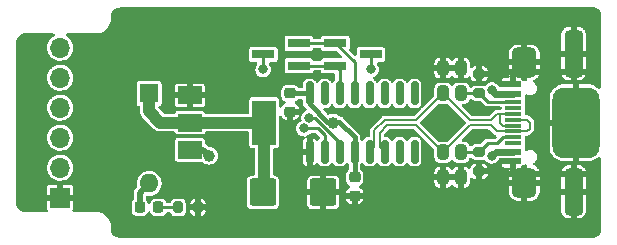
<source format=gbr>
%TF.GenerationSoftware,KiCad,Pcbnew,6.0.11+dfsg-1~bpo11+1*%
%TF.CreationDate,2024-03-27T15:17:51-04:00*%
%TF.ProjectId,Tool - ESP Module Flasher,546f6f6c-202d-4204-9553-50204d6f6475,1.0.0*%
%TF.SameCoordinates,Original*%
%TF.FileFunction,Copper,L1,Top*%
%TF.FilePolarity,Positive*%
%FSLAX46Y46*%
G04 Gerber Fmt 4.6, Leading zero omitted, Abs format (unit mm)*
G04 Created by KiCad (PCBNEW 6.0.11+dfsg-1~bpo11+1) date 2024-03-27 15:17:51*
%MOMM*%
%LPD*%
G01*
G04 APERTURE LIST*
G04 Aperture macros list*
%AMRoundRect*
0 Rectangle with rounded corners*
0 $1 Rounding radius*
0 $2 $3 $4 $5 $6 $7 $8 $9 X,Y pos of 4 corners*
0 Add a 4 corners polygon primitive as box body*
4,1,4,$2,$3,$4,$5,$6,$7,$8,$9,$2,$3,0*
0 Add four circle primitives for the rounded corners*
1,1,$1+$1,$2,$3*
1,1,$1+$1,$4,$5*
1,1,$1+$1,$6,$7*
1,1,$1+$1,$8,$9*
0 Add four rect primitives between the rounded corners*
20,1,$1+$1,$2,$3,$4,$5,0*
20,1,$1+$1,$4,$5,$6,$7,0*
20,1,$1+$1,$6,$7,$8,$9,0*
20,1,$1+$1,$8,$9,$2,$3,0*%
G04 Aperture macros list end*
%TA.AperFunction,SMDPad,CuDef*%
%ADD10R,1.900000X0.800000*%
%TD*%
%TA.AperFunction,ComponentPad*%
%ADD11R,1.700000X1.700000*%
%TD*%
%TA.AperFunction,ComponentPad*%
%ADD12O,1.700000X1.700000*%
%TD*%
%TA.AperFunction,SMDPad,CuDef*%
%ADD13RoundRect,0.200000X0.275000X-0.200000X0.275000X0.200000X-0.275000X0.200000X-0.275000X-0.200000X0*%
%TD*%
%TA.AperFunction,SMDPad,CuDef*%
%ADD14RoundRect,0.200000X-0.275000X0.200000X-0.275000X-0.200000X0.275000X-0.200000X0.275000X0.200000X0*%
%TD*%
%TA.AperFunction,SMDPad,CuDef*%
%ADD15RoundRect,0.218750X0.218750X0.256250X-0.218750X0.256250X-0.218750X-0.256250X0.218750X-0.256250X0*%
%TD*%
%TA.AperFunction,SMDPad,CuDef*%
%ADD16RoundRect,0.225000X-0.250000X0.225000X-0.250000X-0.225000X0.250000X-0.225000X0.250000X0.225000X0*%
%TD*%
%TA.AperFunction,SMDPad,CuDef*%
%ADD17R,1.450000X0.600000*%
%TD*%
%TA.AperFunction,SMDPad,CuDef*%
%ADD18R,1.450000X0.300000*%
%TD*%
%TA.AperFunction,ComponentPad*%
%ADD19O,2.100000X1.000000*%
%TD*%
%TA.AperFunction,SMDPad,CuDef*%
%ADD20RoundRect,0.525000X0.525000X-0.725000X0.525000X0.725000X-0.525000X0.725000X-0.525000X-0.725000X0*%
%TD*%
%TA.AperFunction,ComponentPad*%
%ADD21O,1.600000X1.000000*%
%TD*%
%TA.AperFunction,SMDPad,CuDef*%
%ADD22RoundRect,0.400000X0.400000X-1.600000X0.400000X1.600000X-0.400000X1.600000X-0.400000X-1.600000X0*%
%TD*%
%TA.AperFunction,ComponentPad*%
%ADD23RoundRect,1.000000X-1.000000X2.000000X-1.000000X-2.000000X1.000000X-2.000000X1.000000X2.000000X0*%
%TD*%
%TA.AperFunction,SMDPad,CuDef*%
%ADD24RoundRect,0.237500X-0.237500X0.400000X-0.237500X-0.400000X0.237500X-0.400000X0.237500X0.400000X0*%
%TD*%
%TA.AperFunction,SMDPad,CuDef*%
%ADD25RoundRect,0.237500X0.237500X-0.400000X0.237500X0.400000X-0.237500X0.400000X-0.237500X-0.400000X0*%
%TD*%
%TA.AperFunction,SMDPad,CuDef*%
%ADD26RoundRect,0.250000X-0.875000X-0.925000X0.875000X-0.925000X0.875000X0.925000X-0.875000X0.925000X0*%
%TD*%
%TA.AperFunction,SMDPad,CuDef*%
%ADD27RoundRect,0.150000X0.150000X-0.825000X0.150000X0.825000X-0.150000X0.825000X-0.150000X-0.825000X0*%
%TD*%
%TA.AperFunction,SMDPad,CuDef*%
%ADD28RoundRect,0.200000X-0.200000X-0.275000X0.200000X-0.275000X0.200000X0.275000X-0.200000X0.275000X0*%
%TD*%
%TA.AperFunction,ComponentPad*%
%ADD29R,1.600000X1.600000*%
%TD*%
%TA.AperFunction,ComponentPad*%
%ADD30O,1.600000X1.600000*%
%TD*%
%TA.AperFunction,SMDPad,CuDef*%
%ADD31R,2.000000X1.500000*%
%TD*%
%TA.AperFunction,SMDPad,CuDef*%
%ADD32R,2.000000X3.800000*%
%TD*%
%TA.AperFunction,ViaPad*%
%ADD33C,0.800000*%
%TD*%
%TA.AperFunction,ViaPad*%
%ADD34C,0.600000*%
%TD*%
%TA.AperFunction,ViaPad*%
%ADD35C,1.600000*%
%TD*%
%TA.AperFunction,ViaPad*%
%ADD36C,1.000000*%
%TD*%
%TA.AperFunction,Conductor*%
%ADD37C,0.250000*%
%TD*%
%TA.AperFunction,Conductor*%
%ADD38C,0.400000*%
%TD*%
%TA.AperFunction,Conductor*%
%ADD39C,0.500000*%
%TD*%
%TA.AperFunction,Conductor*%
%ADD40C,0.200000*%
%TD*%
%TA.AperFunction,Conductor*%
%ADD41C,0.600000*%
%TD*%
%TA.AperFunction,Conductor*%
%ADD42C,1.000000*%
%TD*%
G04 APERTURE END LIST*
D10*
%TO.P,Q802,1,B*%
%TO.N,RTS*%
X124182000Y-95184000D03*
%TO.P,Q802,2,E*%
%TO.N,DTR*%
X124182000Y-93284000D03*
%TO.P,Q802,3,C*%
%TO.N,io0*%
X121182000Y-94234000D03*
%TD*%
%TO.P,Q801,1,B*%
%TO.N,DTR*%
X127278000Y-93284000D03*
%TO.P,Q801,2,E*%
%TO.N,RTS*%
X127278000Y-95184000D03*
%TO.P,Q801,3,C*%
%TO.N,~{RESET}*%
X130278000Y-94234000D03*
%TD*%
D11*
%TO.P,J802,1,Pin_1*%
%TO.N,GND*%
X103986000Y-106350000D03*
D12*
%TO.P,J802,2,Pin_2*%
%TO.N,I2C-Vcc*%
X103986000Y-103810000D03*
%TO.P,J802,3,Pin_3*%
%TO.N,RxD*%
X103986000Y-101270000D03*
%TO.P,J802,4,Pin_4*%
%TO.N,TxD*%
X103986000Y-98730000D03*
%TO.P,J802,5,Pin_5*%
%TO.N,io0*%
X103986000Y-96190000D03*
%TO.P,J802,6,Pin_6*%
%TO.N,~{RESET}*%
X103986000Y-93650000D03*
%TD*%
D13*
%TO.P,R103,1*%
%TO.N,CC2*%
X139446000Y-97523000D03*
%TO.P,R103,2*%
%TO.N,GND*%
X139446000Y-95873000D03*
%TD*%
D14*
%TO.P,R102,1*%
%TO.N,CC1*%
X139446000Y-102477000D03*
%TO.P,R102,2*%
%TO.N,GND*%
X139446000Y-104127000D03*
%TD*%
D15*
%TO.P,D202,1,K*%
%TO.N,Net-(D202-Pad1)*%
X112293500Y-107188000D03*
%TO.P,D202,2,A*%
%TO.N,I2C-Vcc*%
X110718500Y-107188000D03*
%TD*%
D16*
%TO.P,C302,1*%
%TO.N,I2C-Vcc*%
X128905000Y-104635000D03*
%TO.P,C302,2*%
%TO.N,GND*%
X128905000Y-106185000D03*
%TD*%
D17*
%TO.P,J102,A1,GND*%
%TO.N,GND*%
X142355000Y-103250000D03*
%TO.P,J102,A4,VBUS*%
%TO.N,Vbus*%
X142355000Y-102450000D03*
D18*
%TO.P,J102,A5,CC1*%
%TO.N,CC1*%
X142355000Y-101250000D03*
%TO.P,J102,A6,D+*%
%TO.N,UD+*%
X142355000Y-100250000D03*
%TO.P,J102,A7,D-*%
%TO.N,UD-*%
X142355000Y-99750000D03*
%TO.P,J102,A8,SBU1*%
%TO.N,unconnected-(J102-PadA8)*%
X142355000Y-98750000D03*
D17*
%TO.P,J102,A9,VBUS*%
%TO.N,Vbus*%
X142355000Y-97550000D03*
%TO.P,J102,A12,GND*%
%TO.N,GND*%
X142355000Y-96750000D03*
%TO.P,J102,B1,GND*%
X142355000Y-96750000D03*
%TO.P,J102,B4,VBUS*%
%TO.N,Vbus*%
X142355000Y-97550000D03*
D18*
%TO.P,J102,B5,CC2*%
%TO.N,CC2*%
X142355000Y-98250000D03*
%TO.P,J102,B6,D+*%
%TO.N,UD+*%
X142355000Y-99250000D03*
%TO.P,J102,B7,D-*%
%TO.N,UD-*%
X142355000Y-100750000D03*
%TO.P,J102,B8,SBU2*%
%TO.N,unconnected-(J102-PadB8)*%
X142355000Y-101750000D03*
D17*
%TO.P,J102,B9,VBUS*%
%TO.N,Vbus*%
X142355000Y-102450000D03*
%TO.P,J102,B12,GND*%
%TO.N,GND*%
X142355000Y-103250000D03*
D19*
%TO.P,J102,S1,SHIELD*%
X143270000Y-104320000D03*
D20*
X143281795Y-105096965D03*
D21*
X147450000Y-95680000D03*
D22*
X147450000Y-94153035D03*
D23*
X147670000Y-100000000D03*
D21*
X147450000Y-104320000D03*
D22*
X147450000Y-105846965D03*
D20*
X143281795Y-94903035D03*
D19*
X143270000Y-95680000D03*
%TD*%
D16*
%TO.P,C303,1*%
%TO.N,I2C-Vcc*%
X123444000Y-97523000D03*
%TO.P,C303,2*%
%TO.N,GND*%
X123444000Y-99073000D03*
%TD*%
D24*
%TO.P,D104,1,1*%
%TO.N,CC1*%
X137922000Y-102496000D03*
%TO.P,D104,2,2*%
%TO.N,GND*%
X137922000Y-104616000D03*
%TD*%
D25*
%TO.P,D105,1,1*%
%TO.N,CC2*%
X137922000Y-97504000D03*
%TO.P,D105,2,2*%
%TO.N,GND*%
X137922000Y-95384000D03*
%TD*%
D26*
%TO.P,C202,1*%
%TO.N,Net-(C202-Pad1)*%
X121148000Y-105918000D03*
%TO.P,C202,2*%
%TO.N,GND*%
X126248000Y-105918000D03*
%TD*%
D25*
%TO.P,D103,1,1*%
%TO.N,UD+*%
X136398000Y-97504000D03*
%TO.P,D103,2,2*%
%TO.N,GND*%
X136398000Y-95384000D03*
%TD*%
D27*
%TO.P,U303,1,GND*%
%TO.N,GND*%
X125095000Y-102475000D03*
%TO.P,U303,2,TXD*%
%TO.N,RxD*%
X126365000Y-102475000D03*
%TO.P,U303,3,RXD*%
%TO.N,TxD*%
X127635000Y-102475000D03*
%TO.P,U303,4,V3*%
%TO.N,I2C-Vcc*%
X128905000Y-102475000D03*
%TO.P,U303,5,UD+*%
%TO.N,UD+*%
X130175000Y-102475000D03*
%TO.P,U303,6,UD-*%
%TO.N,UD-*%
X131445000Y-102475000D03*
%TO.P,U303,7,NC*%
%TO.N,unconnected-(U303-Pad7)*%
X132715000Y-102475000D03*
%TO.P,U303,8,NC*%
%TO.N,unconnected-(U303-Pad8)*%
X133985000Y-102475000D03*
%TO.P,U303,9,~{CTS}*%
%TO.N,CTS*%
X133985000Y-97525000D03*
%TO.P,U303,10,~{DSR}*%
%TO.N,DSR*%
X132715000Y-97525000D03*
%TO.P,U303,11,~{RI}*%
%TO.N,RI*%
X131445000Y-97525000D03*
%TO.P,U303,12,~{DCD}*%
%TO.N,DCD*%
X130175000Y-97525000D03*
%TO.P,U303,13,~{DTR}*%
%TO.N,DTR*%
X128905000Y-97525000D03*
%TO.P,U303,14,~{RTS}*%
%TO.N,RTS*%
X127635000Y-97525000D03*
%TO.P,U303,15,R232*%
%TO.N,unconnected-(U303-Pad15)*%
X126365000Y-97525000D03*
%TO.P,U303,16,VCC*%
%TO.N,I2C-Vcc*%
X125095000Y-97525000D03*
%TD*%
D24*
%TO.P,D102,1,1*%
%TO.N,UD-*%
X136398000Y-102496000D03*
%TO.P,D102,2,2*%
%TO.N,GND*%
X136398000Y-104616000D03*
%TD*%
D28*
%TO.P,R202,1*%
%TO.N,Net-(D202-Pad1)*%
X113983000Y-107188000D03*
%TO.P,R202,2*%
%TO.N,GND*%
X115633000Y-107188000D03*
%TD*%
D29*
%TO.P,SW202,1*%
%TO.N,Net-(C202-Pad1)*%
X111506000Y-97536000D03*
D30*
%TO.P,SW202,2*%
%TO.N,I2C-Vcc*%
X111506000Y-105156000D03*
%TD*%
D31*
%TO.P,U202,1,GND*%
%TO.N,GND*%
X114960000Y-97700000D03*
D32*
%TO.P,U202,2,VO*%
%TO.N,Net-(C202-Pad1)*%
X121260000Y-100000000D03*
D31*
X114960000Y-100000000D03*
%TO.P,U202,3,VI*%
%TO.N,Vbus*%
X114960000Y-102300000D03*
%TD*%
D33*
%TO.N,io0*%
X121158000Y-95504000D03*
%TO.N,~{RESET}*%
X130302000Y-95504000D03*
%TO.N,TxD*%
X125052695Y-99591364D03*
%TO.N,RxD*%
X124624500Y-100494500D03*
D34*
%TO.N,GND*%
X129540000Y-100000000D03*
X135636000Y-100000000D03*
D35*
X149000000Y-109000000D03*
X149000000Y-91000000D03*
X125000000Y-91000000D03*
D34*
X138684000Y-98806000D03*
D35*
X125000000Y-109000000D03*
D34*
X138684000Y-101346000D03*
D33*
%TO.N,Vbus*%
X140508406Y-102815536D03*
D36*
X116586000Y-102794000D03*
D33*
X140517682Y-97255928D03*
D36*
%TO.N,I2C-Vcc*%
X127100000Y-100000000D03*
%TD*%
D37*
%TO.N,~{RESET}*%
X130302000Y-95504000D02*
X130302000Y-94258000D01*
X130302000Y-94258000D02*
X130278000Y-94234000D01*
%TO.N,io0*%
X121158000Y-95504000D02*
X121182000Y-95480000D01*
X121182000Y-95480000D02*
X121182000Y-94234000D01*
%TO.N,RTS*%
X127278000Y-95184000D02*
X124182000Y-95184000D01*
X127635000Y-97525000D02*
X127635000Y-95541000D01*
X127635000Y-95541000D02*
X127278000Y-95184000D01*
%TO.N,DTR*%
X127278000Y-93284000D02*
X124182000Y-93284000D01*
X128905000Y-97525000D02*
X128905000Y-94911000D01*
X128905000Y-94911000D02*
X127278000Y-93284000D01*
%TO.N,TxD*%
X127635000Y-101711751D02*
X127635000Y-102475000D01*
X125052695Y-99591364D02*
X125514613Y-99591364D01*
X125514613Y-99591364D02*
X127635000Y-101711751D01*
%TO.N,RxD*%
X124624500Y-100494500D02*
X125781353Y-100494500D01*
X125781353Y-100494500D02*
X126365000Y-101078147D01*
X126365000Y-101078147D02*
X126365000Y-102475000D01*
D38*
%TO.N,I2C-Vcc*%
X125095000Y-97525000D02*
X123468000Y-97525000D01*
D39*
%TO.N,GND*%
X142355000Y-96750000D02*
X142355000Y-95829830D01*
X142355000Y-95829830D02*
X143281795Y-94903035D01*
X142355000Y-104170170D02*
X143281795Y-105096965D01*
X142355000Y-103250000D02*
X142355000Y-104170170D01*
D40*
%TO.N,UD-*%
X131665199Y-100225001D02*
X131035001Y-100855199D01*
X143764000Y-100508000D02*
X143764000Y-100008000D01*
X140433000Y-100225000D02*
X140958000Y-100750000D01*
X143506000Y-99750000D02*
X142513000Y-99750000D01*
X140958000Y-100750000D02*
X143522000Y-100750000D01*
X134127001Y-100225001D02*
X131665199Y-100225001D01*
X143764000Y-100008000D02*
X143506000Y-99750000D01*
X138668999Y-100225001D02*
X140433000Y-100225000D01*
X131035001Y-102065001D02*
X131445000Y-102475000D01*
X131035001Y-100855199D02*
X131035001Y-102065001D01*
X143522000Y-100750000D02*
X143764000Y-100508000D01*
X136398000Y-102496000D02*
X134127001Y-100225001D01*
X136398000Y-102496000D02*
X138668999Y-100225001D01*
%TO.N,UD+*%
X142355000Y-99250000D02*
X140982000Y-99250000D01*
X141450000Y-100250000D02*
X141212000Y-100012000D01*
X141212000Y-99250000D02*
X140982000Y-99250000D01*
X134127001Y-99774999D02*
X131478801Y-99774999D01*
X141212000Y-100012000D02*
X141212000Y-99250000D01*
X131478801Y-99774999D02*
X130584999Y-100668801D01*
X130584999Y-102065001D02*
X130175000Y-102475000D01*
X140457000Y-99775000D02*
X140982000Y-99250000D01*
X130584999Y-100668801D02*
X130584999Y-102065001D01*
X136398000Y-97504000D02*
X138668999Y-99774999D01*
X138668999Y-99774999D02*
X140457000Y-99775000D01*
X142355000Y-100250000D02*
X141450000Y-100250000D01*
X136398000Y-97504000D02*
X134127001Y-99774999D01*
D37*
%TO.N,CC1*%
X137941000Y-102477000D02*
X137922000Y-102496000D01*
X141498000Y-101250000D02*
X141001500Y-101746500D01*
X142355000Y-101250000D02*
X141498000Y-101250000D01*
X141001500Y-101746500D02*
X140176500Y-101746500D01*
X140176500Y-101746500D02*
X139446000Y-102477000D01*
X139446000Y-102477000D02*
X137941000Y-102477000D01*
%TO.N,CC2*%
X139446000Y-97523000D02*
X140173000Y-98250000D01*
X140173000Y-98250000D02*
X142355000Y-98250000D01*
X139446000Y-97523000D02*
X139427000Y-97504000D01*
X139427000Y-97504000D02*
X137922000Y-97504000D01*
D39*
%TO.N,Vbus*%
X116092000Y-102300000D02*
X114960000Y-102300000D01*
D41*
X140811754Y-97550000D02*
X142355000Y-97550000D01*
X140508406Y-102815536D02*
X140873942Y-102450000D01*
X140873942Y-102450000D02*
X142355000Y-102450000D01*
D39*
X116586000Y-102794000D02*
X116092000Y-102300000D01*
D41*
X140517682Y-97255928D02*
X140811754Y-97550000D01*
D38*
%TO.N,I2C-Vcc*%
X127006635Y-99917365D02*
X127603365Y-99917365D01*
X127006635Y-99917365D02*
X126583076Y-99917365D01*
X128905000Y-102475000D02*
X128905000Y-104483000D01*
D39*
X110718500Y-107188000D02*
X110718500Y-105943500D01*
D38*
X128905000Y-102475000D02*
X128905000Y-101219000D01*
D39*
X110718500Y-105943500D02*
X111506000Y-105156000D01*
D38*
X125095000Y-98429289D02*
X125095000Y-97525000D01*
X128905000Y-101219000D02*
X127603365Y-99917365D01*
X126583076Y-99917365D02*
X125095000Y-98429289D01*
D42*
%TO.N,Net-(C202-Pad1)*%
X121260000Y-100000000D02*
X121260000Y-105806000D01*
X111506000Y-97536000D02*
X111506000Y-99060000D01*
X117780000Y-100000000D02*
X121260000Y-100000000D01*
X112446000Y-100000000D02*
X114960000Y-100000000D01*
X117780000Y-100000000D02*
X114960000Y-100000000D01*
X111506000Y-99060000D02*
X112446000Y-100000000D01*
X121260000Y-105806000D02*
X121148000Y-105918000D01*
D37*
%TO.N,Net-(D202-Pad1)*%
X112293500Y-107188000D02*
X113983000Y-107188000D01*
%TD*%
%TA.AperFunction,Conductor*%
%TO.N,GND*%
G36*
X148987103Y-90256921D02*
G01*
X149000000Y-90259486D01*
X149012170Y-90257065D01*
X149019856Y-90257065D01*
X149032207Y-90257672D01*
X149133092Y-90267609D01*
X149157309Y-90272425D01*
X149273426Y-90307649D01*
X149296226Y-90317093D01*
X149403239Y-90374292D01*
X149423770Y-90388011D01*
X149517556Y-90464981D01*
X149535019Y-90482444D01*
X149611989Y-90576230D01*
X149625708Y-90596761D01*
X149682907Y-90703774D01*
X149692351Y-90726574D01*
X149727575Y-90842691D01*
X149732391Y-90866908D01*
X149742328Y-90967793D01*
X149742935Y-90980144D01*
X149742935Y-90987830D01*
X149740514Y-91000000D01*
X149742935Y-91012170D01*
X149743079Y-91012894D01*
X149745500Y-91037476D01*
X149745500Y-96997767D01*
X149725498Y-97065888D01*
X149671842Y-97112381D01*
X149601568Y-97122485D01*
X149536988Y-97092991D01*
X149530405Y-97086862D01*
X149481600Y-97038057D01*
X149473021Y-97030883D01*
X149298423Y-96909534D01*
X149288716Y-96903997D01*
X149095390Y-96815486D01*
X149084850Y-96811753D01*
X148878658Y-96758813D01*
X148868128Y-96757047D01*
X148734870Y-96746207D01*
X148729765Y-96746000D01*
X147942115Y-96746000D01*
X147926876Y-96750475D01*
X147925671Y-96751865D01*
X147924000Y-96759548D01*
X147924000Y-103235885D01*
X147928475Y-103251124D01*
X147929865Y-103252329D01*
X147937548Y-103254000D01*
X148729765Y-103254000D01*
X148734870Y-103253793D01*
X148868128Y-103242953D01*
X148878658Y-103241187D01*
X149084850Y-103188247D01*
X149095390Y-103184514D01*
X149288716Y-103096003D01*
X149298423Y-103090466D01*
X149473021Y-102969117D01*
X149481600Y-102961943D01*
X149530405Y-102913138D01*
X149592717Y-102879112D01*
X149663532Y-102884177D01*
X149720368Y-102926724D01*
X149745179Y-102993244D01*
X149745500Y-103002233D01*
X149745500Y-108962524D01*
X149743079Y-108987103D01*
X149740514Y-109000000D01*
X149742935Y-109012170D01*
X149742935Y-109019856D01*
X149742328Y-109032207D01*
X149732391Y-109133092D01*
X149727575Y-109157309D01*
X149692351Y-109273426D01*
X149682907Y-109296226D01*
X149625708Y-109403239D01*
X149611989Y-109423770D01*
X149535019Y-109517556D01*
X149517556Y-109535019D01*
X149423770Y-109611989D01*
X149403239Y-109625708D01*
X149296226Y-109682907D01*
X149273426Y-109692351D01*
X149157309Y-109727575D01*
X149133092Y-109732391D01*
X149032207Y-109742328D01*
X149019856Y-109742935D01*
X149012170Y-109742935D01*
X149000000Y-109740514D01*
X148987103Y-109743079D01*
X148962524Y-109745500D01*
X109037476Y-109745500D01*
X109012897Y-109743079D01*
X109000000Y-109740514D01*
X108987830Y-109742935D01*
X108980144Y-109742935D01*
X108967793Y-109742328D01*
X108866908Y-109732391D01*
X108842691Y-109727575D01*
X108726574Y-109692351D01*
X108703774Y-109682907D01*
X108596761Y-109625708D01*
X108576230Y-109611989D01*
X108482444Y-109535019D01*
X108464981Y-109517556D01*
X108388011Y-109423770D01*
X108374292Y-109403239D01*
X108317093Y-109296226D01*
X108307649Y-109273426D01*
X108272425Y-109157309D01*
X108267609Y-109133092D01*
X108257672Y-109032207D01*
X108257065Y-109019856D01*
X108257065Y-109012170D01*
X108259486Y-109000000D01*
X108256921Y-108987103D01*
X108254500Y-108962524D01*
X108254500Y-108847476D01*
X108256921Y-108822894D01*
X108257065Y-108822171D01*
X108259486Y-108810000D01*
X108257654Y-108800791D01*
X108242886Y-108613146D01*
X108196790Y-108421140D01*
X108121224Y-108238708D01*
X108018050Y-108070343D01*
X108014843Y-108066588D01*
X108014840Y-108066584D01*
X107893016Y-107923948D01*
X107889808Y-107920192D01*
X107879204Y-107911135D01*
X107743416Y-107795160D01*
X107743412Y-107795157D01*
X107739657Y-107791950D01*
X107571292Y-107688776D01*
X107566722Y-107686883D01*
X107566718Y-107686881D01*
X107393433Y-107615104D01*
X107393431Y-107615103D01*
X107388860Y-107613210D01*
X107322853Y-107597363D01*
X107201667Y-107568269D01*
X107201661Y-107568268D01*
X107196854Y-107567114D01*
X107009209Y-107552346D01*
X107000000Y-107550514D01*
X106987103Y-107553079D01*
X106962524Y-107555500D01*
X105139675Y-107555500D01*
X105071554Y-107535498D01*
X105025061Y-107481842D01*
X105014957Y-107411568D01*
X105034910Y-107359498D01*
X105068368Y-107309425D01*
X105077684Y-107286934D01*
X105088793Y-107231085D01*
X105090000Y-107218830D01*
X105090000Y-106886947D01*
X110026500Y-106886947D01*
X110026501Y-107489052D01*
X110032786Y-107546919D01*
X110040790Y-107568269D01*
X110071156Y-107649269D01*
X110080372Y-107673853D01*
X110161670Y-107782330D01*
X110270147Y-107863628D01*
X110278548Y-107866778D01*
X110278551Y-107866779D01*
X110354475Y-107895242D01*
X110397081Y-107911214D01*
X110404934Y-107912067D01*
X110404938Y-107912068D01*
X110451548Y-107917131D01*
X110451552Y-107917131D01*
X110454947Y-107917500D01*
X110718461Y-107917500D01*
X110982052Y-107917499D01*
X111039919Y-107911214D01*
X111094755Y-107890657D01*
X111158449Y-107866779D01*
X111158452Y-107866778D01*
X111166853Y-107863628D01*
X111275330Y-107782330D01*
X111356628Y-107673853D01*
X111365845Y-107649269D01*
X111388018Y-107590121D01*
X111430660Y-107533357D01*
X111497221Y-107508657D01*
X111566570Y-107523865D01*
X111616688Y-107574151D01*
X111623982Y-107590121D01*
X111646156Y-107649269D01*
X111655372Y-107673853D01*
X111736670Y-107782330D01*
X111845147Y-107863628D01*
X111853548Y-107866778D01*
X111853551Y-107866779D01*
X111929475Y-107895242D01*
X111972081Y-107911214D01*
X111979934Y-107912067D01*
X111979938Y-107912068D01*
X112026548Y-107917131D01*
X112026552Y-107917131D01*
X112029947Y-107917500D01*
X112293461Y-107917500D01*
X112557052Y-107917499D01*
X112614919Y-107911214D01*
X112669755Y-107890657D01*
X112733449Y-107866779D01*
X112733452Y-107866778D01*
X112741853Y-107863628D01*
X112850330Y-107782330D01*
X112931628Y-107673853D01*
X112940844Y-107649269D01*
X112983486Y-107592505D01*
X113050048Y-107567806D01*
X113058826Y-107567500D01*
X113248664Y-107567500D01*
X113316785Y-107587502D01*
X113363278Y-107641158D01*
X113367545Y-107651747D01*
X113376791Y-107678076D01*
X113457990Y-107788010D01*
X113567924Y-107869209D01*
X113696873Y-107914493D01*
X113704515Y-107915215D01*
X113704518Y-107915216D01*
X113719421Y-107916624D01*
X113728685Y-107917500D01*
X113982828Y-107917500D01*
X114237314Y-107917499D01*
X114240262Y-107917220D01*
X114240271Y-107917220D01*
X114261478Y-107915216D01*
X114261480Y-107915216D01*
X114269127Y-107914493D01*
X114277787Y-107911452D01*
X114300567Y-107903452D01*
X114398076Y-107869209D01*
X114508010Y-107788010D01*
X114589209Y-107678076D01*
X114634493Y-107549127D01*
X114635445Y-107539064D01*
X114637221Y-107520265D01*
X114637500Y-107517315D01*
X114637500Y-107514283D01*
X114979001Y-107514283D01*
X114979280Y-107520207D01*
X114981281Y-107541382D01*
X114984549Y-107556280D01*
X115024116Y-107668951D01*
X115032837Y-107685420D01*
X115102752Y-107780078D01*
X115115922Y-107793248D01*
X115210580Y-107863163D01*
X115227049Y-107871884D01*
X115339723Y-107911452D01*
X115354614Y-107914719D01*
X115365235Y-107915723D01*
X115376124Y-107912525D01*
X115377329Y-107911135D01*
X115379000Y-107903452D01*
X115379000Y-107898884D01*
X115887000Y-107898884D01*
X115891475Y-107914123D01*
X115892865Y-107915328D01*
X115896521Y-107916123D01*
X115911382Y-107914719D01*
X115926280Y-107911451D01*
X116038951Y-107871884D01*
X116055420Y-107863163D01*
X116150078Y-107793248D01*
X116163248Y-107780078D01*
X116233163Y-107685420D01*
X116241884Y-107668951D01*
X116281452Y-107556277D01*
X116284719Y-107541386D01*
X116286721Y-107520201D01*
X116287000Y-107514287D01*
X116287000Y-107510537D01*
X146396001Y-107510537D01*
X146396195Y-107515472D01*
X146398413Y-107543668D01*
X146400714Y-107556269D01*
X146442806Y-107701151D01*
X146449053Y-107715587D01*
X146525097Y-107844171D01*
X146534737Y-107856598D01*
X146640367Y-107962228D01*
X146652794Y-107971868D01*
X146781378Y-108047912D01*
X146795814Y-108054159D01*
X146940702Y-108096252D01*
X146953289Y-108098552D01*
X146981499Y-108100772D01*
X146986424Y-108100965D01*
X147177885Y-108100965D01*
X147193124Y-108096490D01*
X147194329Y-108095100D01*
X147196000Y-108087417D01*
X147196000Y-108082849D01*
X147704000Y-108082849D01*
X147708475Y-108098088D01*
X147709865Y-108099293D01*
X147717548Y-108100964D01*
X147913572Y-108100964D01*
X147918507Y-108100770D01*
X147946703Y-108098552D01*
X147959304Y-108096251D01*
X148104186Y-108054159D01*
X148118622Y-108047912D01*
X148247206Y-107971868D01*
X148259633Y-107962228D01*
X148365263Y-107856598D01*
X148374903Y-107844171D01*
X148450947Y-107715587D01*
X148457194Y-107701151D01*
X148499287Y-107556263D01*
X148501587Y-107543676D01*
X148503807Y-107515466D01*
X148504000Y-107510541D01*
X148504000Y-106119080D01*
X148499525Y-106103841D01*
X148498135Y-106102636D01*
X148490452Y-106100965D01*
X147722115Y-106100965D01*
X147706876Y-106105440D01*
X147705671Y-106106830D01*
X147704000Y-106114513D01*
X147704000Y-108082849D01*
X147196000Y-108082849D01*
X147196000Y-106119080D01*
X147191525Y-106103841D01*
X147190135Y-106102636D01*
X147182452Y-106100965D01*
X146414116Y-106100965D01*
X146398877Y-106105440D01*
X146397672Y-106106830D01*
X146396001Y-106114513D01*
X146396001Y-107510537D01*
X116287000Y-107510537D01*
X116287000Y-107460115D01*
X116282525Y-107444876D01*
X116281135Y-107443671D01*
X116273452Y-107442000D01*
X115905115Y-107442000D01*
X115889876Y-107446475D01*
X115888671Y-107447865D01*
X115887000Y-107455548D01*
X115887000Y-107898884D01*
X115379000Y-107898884D01*
X115379000Y-107460115D01*
X115374525Y-107444876D01*
X115373135Y-107443671D01*
X115365452Y-107442000D01*
X114997116Y-107442000D01*
X114981877Y-107446475D01*
X114980672Y-107447865D01*
X114979001Y-107455548D01*
X114979001Y-107514283D01*
X114637500Y-107514283D01*
X114637499Y-106915885D01*
X114979000Y-106915885D01*
X114983475Y-106931124D01*
X114984865Y-106932329D01*
X114992548Y-106934000D01*
X115360885Y-106934000D01*
X115376124Y-106929525D01*
X115377329Y-106928135D01*
X115379000Y-106920452D01*
X115379000Y-106915885D01*
X115887000Y-106915885D01*
X115891475Y-106931124D01*
X115892865Y-106932329D01*
X115900548Y-106934000D01*
X116268884Y-106934000D01*
X116284123Y-106929525D01*
X116285328Y-106928135D01*
X116286999Y-106920452D01*
X116286999Y-106861717D01*
X116286720Y-106855793D01*
X116284719Y-106834618D01*
X116281451Y-106819720D01*
X116241884Y-106707049D01*
X116233163Y-106690580D01*
X116163248Y-106595922D01*
X116150078Y-106582752D01*
X116055420Y-106512837D01*
X116038951Y-106504116D01*
X115926277Y-106464548D01*
X115911386Y-106461281D01*
X115900765Y-106460277D01*
X115889876Y-106463475D01*
X115888671Y-106464865D01*
X115887000Y-106472548D01*
X115887000Y-106915885D01*
X115379000Y-106915885D01*
X115379000Y-106477116D01*
X115374525Y-106461877D01*
X115373135Y-106460672D01*
X115369479Y-106459877D01*
X115354618Y-106461281D01*
X115339720Y-106464549D01*
X115227049Y-106504116D01*
X115210580Y-106512837D01*
X115115922Y-106582752D01*
X115102752Y-106595922D01*
X115032837Y-106690580D01*
X115024116Y-106707049D01*
X114984548Y-106819723D01*
X114981281Y-106834614D01*
X114979279Y-106855799D01*
X114979000Y-106861713D01*
X114979000Y-106915885D01*
X114637499Y-106915885D01*
X114637499Y-106858686D01*
X114635225Y-106834614D01*
X114635216Y-106834522D01*
X114635216Y-106834520D01*
X114634493Y-106826873D01*
X114589209Y-106697924D01*
X114508010Y-106587990D01*
X114398076Y-106506791D01*
X114269127Y-106461507D01*
X114261485Y-106460785D01*
X114261482Y-106460784D01*
X114246579Y-106459376D01*
X114237315Y-106458500D01*
X113983172Y-106458500D01*
X113728686Y-106458501D01*
X113725738Y-106458780D01*
X113725729Y-106458780D01*
X113704522Y-106460784D01*
X113704520Y-106460784D01*
X113696873Y-106461507D01*
X113689623Y-106464053D01*
X113688211Y-106464549D01*
X113567924Y-106506791D01*
X113457990Y-106587990D01*
X113376791Y-106697924D01*
X113372357Y-106710551D01*
X113367546Y-106724250D01*
X113326102Y-106781895D01*
X113260072Y-106807982D01*
X113248664Y-106808500D01*
X113058826Y-106808500D01*
X112990705Y-106788498D01*
X112944212Y-106734842D01*
X112940844Y-106726731D01*
X112934778Y-106710549D01*
X112934777Y-106710548D01*
X112931628Y-106702147D01*
X112850330Y-106593670D01*
X112741853Y-106512372D01*
X112733452Y-106509222D01*
X112733449Y-106509221D01*
X112635624Y-106472548D01*
X112614919Y-106464786D01*
X112607066Y-106463933D01*
X112607062Y-106463932D01*
X112560452Y-106458869D01*
X112560448Y-106458869D01*
X112557053Y-106458500D01*
X112293539Y-106458500D01*
X112029948Y-106458501D01*
X111972081Y-106464786D01*
X111917245Y-106485343D01*
X111853551Y-106509221D01*
X111853548Y-106509222D01*
X111845147Y-106512372D01*
X111736670Y-106593670D01*
X111655372Y-106702147D01*
X111652222Y-106710548D01*
X111652221Y-106710551D01*
X111643115Y-106734842D01*
X111625476Y-106781895D01*
X111623982Y-106785879D01*
X111581340Y-106842643D01*
X111514779Y-106867343D01*
X111445430Y-106852135D01*
X111395312Y-106801849D01*
X111388018Y-106785879D01*
X111386525Y-106781895D01*
X111368885Y-106734842D01*
X111359779Y-106710551D01*
X111359778Y-106710548D01*
X111356628Y-106702147D01*
X111275330Y-106593670D01*
X111268150Y-106588289D01*
X111261800Y-106581939D01*
X111264047Y-106579692D01*
X111230923Y-106535400D01*
X111223000Y-106491424D01*
X111223000Y-106326188D01*
X111243002Y-106258067D01*
X111296658Y-106211574D01*
X111363919Y-106201074D01*
X111425378Y-106208402D01*
X111483809Y-106215370D01*
X111489944Y-106214898D01*
X111489946Y-106214898D01*
X111683856Y-106199977D01*
X111683860Y-106199976D01*
X111689998Y-106199504D01*
X111889178Y-106143892D01*
X111894682Y-106141112D01*
X111894684Y-106141111D01*
X112068262Y-106053431D01*
X112068264Y-106053430D01*
X112073763Y-106050652D01*
X112236722Y-105923334D01*
X112240748Y-105918670D01*
X112240751Y-105918667D01*
X112367819Y-105771457D01*
X112367820Y-105771455D01*
X112371848Y-105766789D01*
X112431190Y-105662329D01*
X112470950Y-105592340D01*
X112470952Y-105592336D01*
X112473995Y-105586979D01*
X112517998Y-105454701D01*
X112537325Y-105396601D01*
X112537326Y-105396598D01*
X112539270Y-105390753D01*
X112565189Y-105185586D01*
X112565602Y-105156000D01*
X112545422Y-104950189D01*
X112485651Y-104752217D01*
X112401709Y-104594345D01*
X112391459Y-104575067D01*
X112391457Y-104575064D01*
X112388565Y-104569625D01*
X112384674Y-104564855D01*
X112384672Y-104564851D01*
X112261758Y-104414143D01*
X112261755Y-104414140D01*
X112257863Y-104409368D01*
X112250966Y-104403662D01*
X112103271Y-104281478D01*
X112103266Y-104281475D01*
X112098522Y-104277550D01*
X112093103Y-104274620D01*
X112093100Y-104274618D01*
X111922032Y-104182122D01*
X111922027Y-104182120D01*
X111916612Y-104179192D01*
X111719063Y-104118040D01*
X111712938Y-104117396D01*
X111712937Y-104117396D01*
X111519526Y-104097068D01*
X111519524Y-104097068D01*
X111513397Y-104096424D01*
X111387229Y-104107906D01*
X111313591Y-104114607D01*
X111313590Y-104114607D01*
X111307450Y-104115166D01*
X111109066Y-104173554D01*
X111103601Y-104176411D01*
X110931261Y-104266508D01*
X110931257Y-104266511D01*
X110925801Y-104269363D01*
X110764635Y-104398943D01*
X110631708Y-104557360D01*
X110532082Y-104738578D01*
X110530219Y-104744451D01*
X110489396Y-104873144D01*
X110469553Y-104935696D01*
X110468867Y-104941813D01*
X110468866Y-104941817D01*
X110449466Y-105114771D01*
X110446501Y-105141206D01*
X110447743Y-105156000D01*
X110455442Y-105247672D01*
X110463806Y-105347278D01*
X110466545Y-105356830D01*
X110473977Y-105382748D01*
X110473528Y-105453743D01*
X110441954Y-105506575D01*
X110411706Y-105536823D01*
X110402266Y-105544365D01*
X110402589Y-105544745D01*
X110395753Y-105550563D01*
X110388161Y-105555353D01*
X110382219Y-105562081D01*
X110352829Y-105595359D01*
X110347483Y-105601046D01*
X110336149Y-105612380D01*
X110333464Y-105615963D01*
X110333462Y-105615965D01*
X110329947Y-105620655D01*
X110323562Y-105628498D01*
X110292499Y-105663670D01*
X110288686Y-105671792D01*
X110286846Y-105674593D01*
X110278437Y-105688588D01*
X110276815Y-105691551D01*
X110271430Y-105698736D01*
X110268277Y-105707146D01*
X110268276Y-105707148D01*
X110254954Y-105742682D01*
X110251030Y-105751995D01*
X110231083Y-105794482D01*
X110229701Y-105803356D01*
X110228715Y-105806583D01*
X110224575Y-105822366D01*
X110223854Y-105825644D01*
X110220702Y-105834052D01*
X110220037Y-105843003D01*
X110217224Y-105880857D01*
X110216070Y-105890904D01*
X110214000Y-105904197D01*
X110214000Y-105919562D01*
X110213654Y-105928899D01*
X110209993Y-105978167D01*
X110211866Y-105986942D01*
X110212459Y-105995638D01*
X110214000Y-106010238D01*
X110214000Y-106491424D01*
X110193998Y-106559545D01*
X110174142Y-106580881D01*
X110175200Y-106581939D01*
X110168850Y-106588289D01*
X110161670Y-106593670D01*
X110080372Y-106702147D01*
X110077222Y-106710548D01*
X110077221Y-106710551D01*
X110050475Y-106781895D01*
X110032786Y-106829081D01*
X110031933Y-106836934D01*
X110031932Y-106836938D01*
X110026869Y-106883548D01*
X110026500Y-106886947D01*
X105090000Y-106886947D01*
X105090000Y-106622115D01*
X105085525Y-106606876D01*
X105084135Y-106605671D01*
X105076452Y-106604000D01*
X102900116Y-106604000D01*
X102884877Y-106608475D01*
X102883672Y-106609865D01*
X102882001Y-106617548D01*
X102882001Y-107218828D01*
X102883209Y-107231088D01*
X102894315Y-107286931D01*
X102903633Y-107309427D01*
X102937090Y-107359498D01*
X102958305Y-107427251D01*
X102939522Y-107495717D01*
X102886705Y-107543161D01*
X102832325Y-107555500D01*
X101037476Y-107555500D01*
X101012897Y-107553079D01*
X101000000Y-107550514D01*
X100987830Y-107552935D01*
X100980144Y-107552935D01*
X100967793Y-107552328D01*
X100866908Y-107542391D01*
X100842691Y-107537575D01*
X100726574Y-107502351D01*
X100703774Y-107492907D01*
X100596761Y-107435708D01*
X100576230Y-107421989D01*
X100482444Y-107345019D01*
X100464981Y-107327556D01*
X100388011Y-107233770D01*
X100374292Y-107213239D01*
X100317093Y-107106226D01*
X100307649Y-107083426D01*
X100272425Y-106967309D01*
X100267609Y-106943092D01*
X100257672Y-106842207D01*
X100257065Y-106829856D01*
X100257065Y-106822170D01*
X100259486Y-106810000D01*
X100256921Y-106797103D01*
X100254500Y-106772524D01*
X100254500Y-106077885D01*
X102882000Y-106077885D01*
X102886475Y-106093124D01*
X102887865Y-106094329D01*
X102895548Y-106096000D01*
X103713885Y-106096000D01*
X103729124Y-106091525D01*
X103730329Y-106090135D01*
X103732000Y-106082452D01*
X103732000Y-106077885D01*
X104240000Y-106077885D01*
X104244475Y-106093124D01*
X104245865Y-106094329D01*
X104253548Y-106096000D01*
X105071884Y-106096000D01*
X105087123Y-106091525D01*
X105088328Y-106090135D01*
X105089999Y-106082452D01*
X105089999Y-105481172D01*
X105088791Y-105468912D01*
X105077685Y-105413069D01*
X105068367Y-105390573D01*
X105026017Y-105327192D01*
X105008808Y-105309983D01*
X104945425Y-105267632D01*
X104922934Y-105258316D01*
X104867085Y-105247207D01*
X104854830Y-105246000D01*
X104258115Y-105246000D01*
X104242876Y-105250475D01*
X104241671Y-105251865D01*
X104240000Y-105259548D01*
X104240000Y-106077885D01*
X103732000Y-106077885D01*
X103732000Y-105264116D01*
X103727525Y-105248877D01*
X103726135Y-105247672D01*
X103718452Y-105246001D01*
X103117172Y-105246001D01*
X103104912Y-105247209D01*
X103049069Y-105258315D01*
X103026573Y-105267633D01*
X102963192Y-105309983D01*
X102945983Y-105327192D01*
X102903632Y-105390575D01*
X102894316Y-105413066D01*
X102883207Y-105468915D01*
X102882000Y-105481170D01*
X102882000Y-106077885D01*
X100254500Y-106077885D01*
X100254500Y-103780964D01*
X102877148Y-103780964D01*
X102890424Y-103983522D01*
X102891845Y-103989118D01*
X102891846Y-103989123D01*
X102925050Y-104119862D01*
X102940392Y-104180269D01*
X102942809Y-104185512D01*
X102980010Y-104266208D01*
X103025377Y-104364616D01*
X103028710Y-104369332D01*
X103117063Y-104494349D01*
X103142533Y-104530389D01*
X103146675Y-104534424D01*
X103182810Y-104569625D01*
X103287938Y-104672035D01*
X103456720Y-104784812D01*
X103462023Y-104787090D01*
X103462026Y-104787092D01*
X103592075Y-104842965D01*
X103643228Y-104864942D01*
X103693269Y-104876265D01*
X103835579Y-104908467D01*
X103835584Y-104908468D01*
X103841216Y-104909742D01*
X103846987Y-104909969D01*
X103846989Y-104909969D01*
X103906756Y-104912317D01*
X104044053Y-104917712D01*
X104152624Y-104901970D01*
X104239231Y-104889413D01*
X104239236Y-104889412D01*
X104244945Y-104888584D01*
X104250409Y-104886729D01*
X104250414Y-104886728D01*
X104431693Y-104825192D01*
X104431698Y-104825190D01*
X104437165Y-104823334D01*
X104614276Y-104724147D01*
X104676934Y-104672035D01*
X104765913Y-104598031D01*
X104770345Y-104594345D01*
X104850084Y-104498470D01*
X104896453Y-104442718D01*
X104896455Y-104442715D01*
X104900147Y-104438276D01*
X104999334Y-104261165D01*
X105001190Y-104255698D01*
X105001192Y-104255693D01*
X105062728Y-104074414D01*
X105062729Y-104074409D01*
X105064584Y-104068945D01*
X105065412Y-104063236D01*
X105065413Y-104063231D01*
X105083572Y-103937988D01*
X105093712Y-103868053D01*
X105095232Y-103810000D01*
X105080164Y-103646018D01*
X105077187Y-103613613D01*
X105077186Y-103613610D01*
X105076658Y-103607859D01*
X105073526Y-103596755D01*
X105023125Y-103418046D01*
X105023124Y-103418044D01*
X105021557Y-103412487D01*
X105018996Y-103407292D01*
X104934331Y-103235609D01*
X104931776Y-103230428D01*
X104810320Y-103067779D01*
X104661258Y-102929987D01*
X104656375Y-102926906D01*
X104656371Y-102926903D01*
X104494464Y-102824748D01*
X104489581Y-102821667D01*
X104301039Y-102746446D01*
X104295379Y-102745320D01*
X104295375Y-102745319D01*
X104107613Y-102707971D01*
X104107610Y-102707971D01*
X104101946Y-102706844D01*
X104096171Y-102706768D01*
X104096167Y-102706768D01*
X103994793Y-102705441D01*
X103898971Y-102704187D01*
X103893274Y-102705166D01*
X103893273Y-102705166D01*
X103704607Y-102737585D01*
X103698910Y-102738564D01*
X103508463Y-102808824D01*
X103334010Y-102912612D01*
X103329670Y-102916418D01*
X103329666Y-102916421D01*
X103191259Y-103037802D01*
X103181392Y-103046455D01*
X103055720Y-103205869D01*
X103053031Y-103210980D01*
X103053029Y-103210983D01*
X103031276Y-103252329D01*
X102961203Y-103385515D01*
X102923023Y-103508475D01*
X102903145Y-103572494D01*
X102901007Y-103579378D01*
X102877148Y-103780964D01*
X100254500Y-103780964D01*
X100254500Y-101240964D01*
X102877148Y-101240964D01*
X102890424Y-101443522D01*
X102891845Y-101449118D01*
X102891846Y-101449123D01*
X102932624Y-101609683D01*
X102940392Y-101640269D01*
X102942809Y-101645512D01*
X102980010Y-101726208D01*
X103025377Y-101824616D01*
X103028710Y-101829332D01*
X103138081Y-101984089D01*
X103142533Y-101990389D01*
X103146675Y-101994424D01*
X103207784Y-102053953D01*
X103287938Y-102132035D01*
X103456720Y-102244812D01*
X103462023Y-102247090D01*
X103462026Y-102247092D01*
X103637262Y-102322379D01*
X103643228Y-102324942D01*
X103716244Y-102341464D01*
X103835579Y-102368467D01*
X103835584Y-102368468D01*
X103841216Y-102369742D01*
X103846987Y-102369969D01*
X103846989Y-102369969D01*
X103906756Y-102372317D01*
X104044053Y-102377712D01*
X104144499Y-102363148D01*
X104239231Y-102349413D01*
X104239236Y-102349412D01*
X104244945Y-102348584D01*
X104250409Y-102346729D01*
X104250414Y-102346728D01*
X104431693Y-102285192D01*
X104431698Y-102285190D01*
X104437165Y-102283334D01*
X104442226Y-102280500D01*
X104551454Y-102219329D01*
X104614276Y-102184147D01*
X104622282Y-102177489D01*
X104765913Y-102058031D01*
X104770345Y-102054345D01*
X104829045Y-101983766D01*
X104896453Y-101902718D01*
X104896455Y-101902715D01*
X104900147Y-101898276D01*
X104989265Y-101739145D01*
X104996510Y-101726208D01*
X104996511Y-101726206D01*
X104999334Y-101721165D01*
X105001190Y-101715698D01*
X105001192Y-101715693D01*
X105062728Y-101534414D01*
X105062729Y-101534409D01*
X105064584Y-101528945D01*
X105065166Y-101524933D01*
X113705500Y-101524933D01*
X113705501Y-103075066D01*
X113712175Y-103108622D01*
X113717362Y-103134699D01*
X113720266Y-103149301D01*
X113776516Y-103233484D01*
X113860699Y-103289734D01*
X113934933Y-103304500D01*
X114798331Y-103304500D01*
X115976562Y-103304499D01*
X116044683Y-103324501D01*
X116067199Y-103342972D01*
X116102021Y-103379031D01*
X116243660Y-103471717D01*
X116402315Y-103530720D01*
X116409296Y-103531651D01*
X116409298Y-103531652D01*
X116563118Y-103552176D01*
X116563122Y-103552176D01*
X116570099Y-103553107D01*
X116577110Y-103552469D01*
X116577114Y-103552469D01*
X116731652Y-103538405D01*
X116738673Y-103537766D01*
X116899659Y-103485458D01*
X116998470Y-103426555D01*
X117039004Y-103402392D01*
X117039006Y-103402391D01*
X117045056Y-103398784D01*
X117167638Y-103282052D01*
X117171539Y-103276181D01*
X117257410Y-103146935D01*
X117257411Y-103146933D01*
X117261311Y-103141063D01*
X117321420Y-102982824D01*
X117344978Y-102815200D01*
X117345274Y-102794000D01*
X117326406Y-102625784D01*
X117270738Y-102465929D01*
X117181038Y-102322379D01*
X117139451Y-102280500D01*
X117087473Y-102228158D01*
X117061764Y-102202269D01*
X117033209Y-102184147D01*
X116967041Y-102142156D01*
X116918844Y-102111569D01*
X116859330Y-102090377D01*
X116766016Y-102057149D01*
X116766011Y-102057148D01*
X116759381Y-102054787D01*
X116752395Y-102053954D01*
X116752391Y-102053953D01*
X116651621Y-102041938D01*
X116591301Y-102034745D01*
X116590107Y-102034870D01*
X116524341Y-102015059D01*
X116504106Y-101998635D01*
X116498677Y-101993206D01*
X116491135Y-101983766D01*
X116490755Y-101984089D01*
X116484937Y-101977253D01*
X116480147Y-101969661D01*
X116440140Y-101934328D01*
X116434454Y-101928983D01*
X116423120Y-101917649D01*
X116414845Y-101911447D01*
X116407000Y-101905060D01*
X116378557Y-101879940D01*
X116371830Y-101873999D01*
X116363708Y-101870186D01*
X116360907Y-101868346D01*
X116346912Y-101859937D01*
X116343949Y-101858315D01*
X116336764Y-101852930D01*
X116296268Y-101837748D01*
X116239505Y-101795107D01*
X116214805Y-101728546D01*
X116214499Y-101719767D01*
X116214499Y-101524934D01*
X116205977Y-101482086D01*
X116202156Y-101462874D01*
X116202155Y-101462872D01*
X116199734Y-101450699D01*
X116191963Y-101439068D01*
X116150377Y-101376832D01*
X116143484Y-101366516D01*
X116059301Y-101310266D01*
X115985067Y-101295500D01*
X114960166Y-101295500D01*
X113934934Y-101295501D01*
X113899182Y-101302612D01*
X113872874Y-101307844D01*
X113872872Y-101307845D01*
X113860699Y-101310266D01*
X113850379Y-101317161D01*
X113850378Y-101317162D01*
X113825098Y-101334054D01*
X113776516Y-101366516D01*
X113769623Y-101376832D01*
X113730010Y-101436117D01*
X113720266Y-101450699D01*
X113705500Y-101524933D01*
X105065166Y-101524933D01*
X105065412Y-101523236D01*
X105065413Y-101523231D01*
X105088141Y-101366477D01*
X105093712Y-101328053D01*
X105095232Y-101270000D01*
X105080025Y-101104500D01*
X105077187Y-101073613D01*
X105077186Y-101073610D01*
X105076658Y-101067859D01*
X105070793Y-101047063D01*
X105023125Y-100878046D01*
X105023124Y-100878044D01*
X105021557Y-100872487D01*
X105015542Y-100860288D01*
X104934331Y-100695609D01*
X104931776Y-100690428D01*
X104925265Y-100681708D01*
X104883936Y-100626363D01*
X104810320Y-100527779D01*
X104661258Y-100389987D01*
X104656375Y-100386906D01*
X104656371Y-100386903D01*
X104494464Y-100284748D01*
X104489581Y-100281667D01*
X104301039Y-100206446D01*
X104295379Y-100205320D01*
X104295375Y-100205319D01*
X104107613Y-100167971D01*
X104107610Y-100167971D01*
X104101946Y-100166844D01*
X104096171Y-100166768D01*
X104096167Y-100166768D01*
X103994793Y-100165441D01*
X103898971Y-100164187D01*
X103893274Y-100165166D01*
X103893273Y-100165166D01*
X103704607Y-100197585D01*
X103698910Y-100198564D01*
X103508463Y-100268824D01*
X103334010Y-100372612D01*
X103329670Y-100376418D01*
X103329666Y-100376421D01*
X103191113Y-100497930D01*
X103181392Y-100506455D01*
X103177817Y-100510990D01*
X103177816Y-100510991D01*
X103168496Y-100522814D01*
X103055720Y-100665869D01*
X103053031Y-100670980D01*
X103053029Y-100670983D01*
X103012587Y-100747850D01*
X102961203Y-100845515D01*
X102901007Y-101039378D01*
X102877148Y-101240964D01*
X100254500Y-101240964D01*
X100254500Y-98700964D01*
X102877148Y-98700964D01*
X102890424Y-98903522D01*
X102891845Y-98909118D01*
X102891846Y-98909123D01*
X102933958Y-99074934D01*
X102940392Y-99100269D01*
X102942809Y-99105512D01*
X103005537Y-99241579D01*
X103025377Y-99284616D01*
X103028710Y-99289332D01*
X103133828Y-99438071D01*
X103142533Y-99450389D01*
X103146675Y-99454424D01*
X103178365Y-99485295D01*
X103287938Y-99592035D01*
X103456720Y-99704812D01*
X103462023Y-99707090D01*
X103462026Y-99707092D01*
X103624742Y-99777000D01*
X103643228Y-99784942D01*
X103694095Y-99796452D01*
X103835579Y-99828467D01*
X103835584Y-99828468D01*
X103841216Y-99829742D01*
X103846987Y-99829969D01*
X103846989Y-99829969D01*
X103906756Y-99832317D01*
X104044053Y-99837712D01*
X104144499Y-99823148D01*
X104239231Y-99809413D01*
X104239236Y-99809412D01*
X104244945Y-99808584D01*
X104250409Y-99806729D01*
X104250414Y-99806728D01*
X104431693Y-99745192D01*
X104431698Y-99745190D01*
X104437165Y-99743334D01*
X104442878Y-99740135D01*
X104511683Y-99701602D01*
X104614276Y-99644147D01*
X104676934Y-99592035D01*
X104765913Y-99518031D01*
X104770345Y-99514345D01*
X104827463Y-99445669D01*
X104896453Y-99362718D01*
X104896455Y-99362715D01*
X104900147Y-99358276D01*
X104983831Y-99208847D01*
X104996510Y-99186208D01*
X104996511Y-99186206D01*
X104999334Y-99181165D01*
X105001190Y-99175698D01*
X105001192Y-99175693D01*
X105062728Y-98994414D01*
X105062729Y-98994409D01*
X105064584Y-98988945D01*
X105065412Y-98983236D01*
X105065413Y-98983231D01*
X105093179Y-98791727D01*
X105093712Y-98788053D01*
X105095232Y-98730000D01*
X105083079Y-98597734D01*
X105077187Y-98533613D01*
X105077186Y-98533610D01*
X105076658Y-98527859D01*
X105073141Y-98515389D01*
X105023125Y-98338046D01*
X105023124Y-98338044D01*
X105021557Y-98332487D01*
X105010978Y-98311033D01*
X104934331Y-98155609D01*
X104931776Y-98150428D01*
X104926005Y-98142699D01*
X104855297Y-98048010D01*
X104810320Y-97987779D01*
X104661258Y-97849987D01*
X104656375Y-97846906D01*
X104656371Y-97846903D01*
X104494464Y-97744748D01*
X104489581Y-97741667D01*
X104301039Y-97666446D01*
X104295379Y-97665320D01*
X104295375Y-97665319D01*
X104107613Y-97627971D01*
X104107610Y-97627971D01*
X104101946Y-97626844D01*
X104096171Y-97626768D01*
X104096167Y-97626768D01*
X103994793Y-97625441D01*
X103898971Y-97624187D01*
X103893274Y-97625166D01*
X103893273Y-97625166D01*
X103704607Y-97657585D01*
X103698910Y-97658564D01*
X103508463Y-97728824D01*
X103334010Y-97832612D01*
X103329670Y-97836418D01*
X103329666Y-97836421D01*
X103246196Y-97909623D01*
X103181392Y-97966455D01*
X103177817Y-97970990D01*
X103177816Y-97970991D01*
X103162533Y-97990378D01*
X103055720Y-98125869D01*
X103053031Y-98130980D01*
X103053029Y-98130983D01*
X103018032Y-98197501D01*
X102961203Y-98305515D01*
X102901007Y-98499378D01*
X102877148Y-98700964D01*
X100254500Y-98700964D01*
X100254500Y-96160964D01*
X102877148Y-96160964D01*
X102890424Y-96363522D01*
X102891845Y-96369118D01*
X102891846Y-96369123D01*
X102935382Y-96540542D01*
X102940392Y-96560269D01*
X102942809Y-96565512D01*
X102977818Y-96641452D01*
X103025377Y-96744616D01*
X103036237Y-96759983D01*
X103138016Y-96903997D01*
X103142533Y-96910389D01*
X103146675Y-96914424D01*
X103224118Y-96989865D01*
X103287938Y-97052035D01*
X103456720Y-97164812D01*
X103462023Y-97167090D01*
X103462026Y-97167092D01*
X103550707Y-97205192D01*
X103643228Y-97244942D01*
X103692217Y-97256027D01*
X103835579Y-97288467D01*
X103835584Y-97288468D01*
X103841216Y-97289742D01*
X103846987Y-97289969D01*
X103846989Y-97289969D01*
X103906756Y-97292317D01*
X104044053Y-97297712D01*
X104144499Y-97283148D01*
X104239231Y-97269413D01*
X104239236Y-97269412D01*
X104244945Y-97268584D01*
X104250409Y-97266729D01*
X104250414Y-97266728D01*
X104431693Y-97205192D01*
X104431698Y-97205190D01*
X104437165Y-97203334D01*
X104614276Y-97104147D01*
X104650801Y-97073770D01*
X104765913Y-96978031D01*
X104770345Y-96974345D01*
X104806252Y-96931172D01*
X104896453Y-96822718D01*
X104896455Y-96822715D01*
X104900147Y-96818276D01*
X104960262Y-96710933D01*
X110451500Y-96710933D01*
X110451501Y-98361066D01*
X110456605Y-98386726D01*
X110463448Y-98421132D01*
X110466266Y-98435301D01*
X110473161Y-98445620D01*
X110473162Y-98445622D01*
X110496858Y-98481085D01*
X110522516Y-98519484D01*
X110606699Y-98575734D01*
X110650082Y-98584363D01*
X110712991Y-98617270D01*
X110748123Y-98678965D01*
X110751500Y-98707942D01*
X110751500Y-98993235D01*
X110750067Y-99012185D01*
X110748182Y-99024578D01*
X110746826Y-99033489D01*
X110747419Y-99040780D01*
X110747419Y-99040783D01*
X110751085Y-99085848D01*
X110751500Y-99096063D01*
X110751500Y-99104053D01*
X110751925Y-99107697D01*
X110754771Y-99132113D01*
X110755204Y-99136487D01*
X110759364Y-99187621D01*
X110761090Y-99208847D01*
X110763345Y-99215809D01*
X110764518Y-99221677D01*
X110765890Y-99227483D01*
X110766738Y-99234754D01*
X110791532Y-99303060D01*
X110792940Y-99307163D01*
X110815312Y-99376222D01*
X110819109Y-99382479D01*
X110821602Y-99387926D01*
X110824270Y-99393254D01*
X110826768Y-99400134D01*
X110866568Y-99460839D01*
X110868915Y-99464559D01*
X110898765Y-99513750D01*
X110906583Y-99526633D01*
X110910295Y-99530836D01*
X110913949Y-99534974D01*
X110913924Y-99534996D01*
X110916624Y-99538041D01*
X110919220Y-99541146D01*
X110923234Y-99547268D01*
X110979108Y-99600198D01*
X110981550Y-99602575D01*
X111424822Y-100045846D01*
X111865279Y-100486303D01*
X111877666Y-100500717D01*
X111890437Y-100518071D01*
X111896020Y-100522814D01*
X111930479Y-100552089D01*
X111937995Y-100559019D01*
X111943638Y-100564662D01*
X111965798Y-100582194D01*
X111969173Y-100584961D01*
X112024520Y-100631982D01*
X112031040Y-100635311D01*
X112036018Y-100638631D01*
X112041091Y-100641764D01*
X112046833Y-100646307D01*
X112053467Y-100649407D01*
X112053466Y-100649407D01*
X112112617Y-100677053D01*
X112116567Y-100678984D01*
X112181212Y-100711993D01*
X112188322Y-100713733D01*
X112193942Y-100715823D01*
X112199593Y-100717703D01*
X112206222Y-100720801D01*
X112213386Y-100722291D01*
X112213389Y-100722292D01*
X112253495Y-100730633D01*
X112277314Y-100735587D01*
X112281573Y-100736551D01*
X112352108Y-100753811D01*
X112357705Y-100754158D01*
X112357710Y-100754159D01*
X112363214Y-100754500D01*
X112363212Y-100754534D01*
X112367270Y-100754777D01*
X112371306Y-100755137D01*
X112378473Y-100756628D01*
X112455431Y-100754546D01*
X112458839Y-100754500D01*
X113599429Y-100754500D01*
X113667550Y-100774502D01*
X113715839Y-100832284D01*
X113717844Y-100837126D01*
X113720266Y-100849301D01*
X113727161Y-100859621D01*
X113727162Y-100859622D01*
X113754920Y-100901164D01*
X113776516Y-100933484D01*
X113860699Y-100989734D01*
X113934933Y-101004500D01*
X114959834Y-101004500D01*
X115985066Y-101004499D01*
X116022171Y-100997119D01*
X116047126Y-100992156D01*
X116047128Y-100992155D01*
X116059301Y-100989734D01*
X116069621Y-100982839D01*
X116069622Y-100982838D01*
X116133168Y-100940377D01*
X116143484Y-100933484D01*
X116199734Y-100849301D01*
X116202155Y-100837127D01*
X116204163Y-100832281D01*
X116248712Y-100777001D01*
X116320572Y-100754500D01*
X119879501Y-100754500D01*
X119947622Y-100774502D01*
X119994115Y-100828158D01*
X120005501Y-100880500D01*
X120005501Y-101925066D01*
X120009744Y-101946398D01*
X120017555Y-101985669D01*
X120020266Y-101999301D01*
X120027161Y-102009620D01*
X120027162Y-102009622D01*
X120054084Y-102049913D01*
X120076516Y-102083484D01*
X120086832Y-102090377D01*
X120138550Y-102124934D01*
X120160699Y-102139734D01*
X120234933Y-102154500D01*
X120379500Y-102154500D01*
X120447621Y-102174502D01*
X120494114Y-102228158D01*
X120505500Y-102280500D01*
X120505500Y-104362500D01*
X120485498Y-104430621D01*
X120431842Y-104477114D01*
X120379500Y-104488500D01*
X120225244Y-104488500D01*
X120221848Y-104488869D01*
X120221847Y-104488869D01*
X120171403Y-104494349D01*
X120171402Y-104494349D01*
X120163552Y-104495202D01*
X120156159Y-104497974D01*
X120156157Y-104497974D01*
X120154834Y-104498470D01*
X120028236Y-104545929D01*
X120021057Y-104551309D01*
X120021054Y-104551311D01*
X119969548Y-104589913D01*
X119912596Y-104632596D01*
X119907215Y-104639776D01*
X119831311Y-104741054D01*
X119831309Y-104741057D01*
X119825929Y-104748236D01*
X119811363Y-104787092D01*
X119778084Y-104875865D01*
X119775202Y-104883552D01*
X119768500Y-104945244D01*
X119768500Y-106890756D01*
X119775202Y-106952448D01*
X119825929Y-107087764D01*
X119831309Y-107094943D01*
X119831311Y-107094946D01*
X119831569Y-107095290D01*
X119912596Y-107203404D01*
X119919776Y-107208785D01*
X120021054Y-107284689D01*
X120021057Y-107284691D01*
X120028236Y-107290071D01*
X120079869Y-107309427D01*
X120156157Y-107338026D01*
X120156159Y-107338026D01*
X120163552Y-107340798D01*
X120171402Y-107341651D01*
X120171403Y-107341651D01*
X120220632Y-107346999D01*
X120225244Y-107347500D01*
X122070756Y-107347500D01*
X122075368Y-107346999D01*
X122124597Y-107341651D01*
X122124598Y-107341651D01*
X122132448Y-107340798D01*
X122139841Y-107338026D01*
X122139843Y-107338026D01*
X122216131Y-107309427D01*
X122267764Y-107290071D01*
X122274943Y-107284691D01*
X122274946Y-107284689D01*
X122376224Y-107208785D01*
X122383404Y-107203404D01*
X122464431Y-107095290D01*
X122464689Y-107094946D01*
X122464691Y-107094943D01*
X122470071Y-107087764D01*
X122520798Y-106952448D01*
X122527500Y-106890756D01*
X122527500Y-106887292D01*
X124869001Y-106887292D01*
X124869370Y-106894104D01*
X124874841Y-106944482D01*
X124878470Y-106959741D01*
X124923222Y-107079118D01*
X124931754Y-107094704D01*
X125007572Y-107195867D01*
X125020133Y-107208428D01*
X125121296Y-107284246D01*
X125136882Y-107292778D01*
X125256265Y-107337533D01*
X125271510Y-107341158D01*
X125321892Y-107346631D01*
X125328706Y-107347000D01*
X125975885Y-107347000D01*
X125991124Y-107342525D01*
X125992329Y-107341135D01*
X125994000Y-107333452D01*
X125994000Y-107328884D01*
X126502000Y-107328884D01*
X126506475Y-107344123D01*
X126507865Y-107345328D01*
X126515548Y-107346999D01*
X127167292Y-107346999D01*
X127174110Y-107346630D01*
X127224482Y-107341159D01*
X127239741Y-107337530D01*
X127359118Y-107292778D01*
X127374704Y-107284246D01*
X127475867Y-107208428D01*
X127488428Y-107195867D01*
X127564246Y-107094704D01*
X127572778Y-107079118D01*
X127617533Y-106959735D01*
X127621158Y-106944490D01*
X127626631Y-106894104D01*
X127627000Y-106887294D01*
X127627000Y-106452424D01*
X128176027Y-106452424D01*
X128176369Y-106458741D01*
X128181510Y-106506066D01*
X128185135Y-106521311D01*
X128227375Y-106633988D01*
X128235908Y-106649575D01*
X128307434Y-106745010D01*
X128319990Y-106757566D01*
X128415425Y-106829092D01*
X128431012Y-106837625D01*
X128543689Y-106879865D01*
X128558934Y-106883490D01*
X128606259Y-106888631D01*
X128613073Y-106889000D01*
X128632885Y-106889000D01*
X128648124Y-106884525D01*
X128649329Y-106883135D01*
X128651000Y-106875452D01*
X128651000Y-106870885D01*
X129159000Y-106870885D01*
X129163475Y-106886124D01*
X129164865Y-106887329D01*
X129172548Y-106889000D01*
X129196927Y-106889000D01*
X129203741Y-106888631D01*
X129251066Y-106883490D01*
X129266311Y-106879865D01*
X129378988Y-106837625D01*
X129394575Y-106829092D01*
X129490010Y-106757566D01*
X129502566Y-106745010D01*
X129574092Y-106649575D01*
X129582625Y-106633988D01*
X129624865Y-106521311D01*
X129628490Y-106506066D01*
X129633631Y-106458741D01*
X129633763Y-106456307D01*
X129629525Y-106441876D01*
X129628135Y-106440671D01*
X129620452Y-106439000D01*
X129177115Y-106439000D01*
X129161876Y-106443475D01*
X129160671Y-106444865D01*
X129159000Y-106452548D01*
X129159000Y-106870885D01*
X128651000Y-106870885D01*
X128651000Y-106457115D01*
X128646525Y-106441876D01*
X128645135Y-106440671D01*
X128637452Y-106439000D01*
X128194115Y-106439000D01*
X128178876Y-106443475D01*
X128177671Y-106444865D01*
X128176027Y-106452424D01*
X127627000Y-106452424D01*
X127627000Y-106190115D01*
X127622525Y-106174876D01*
X127621135Y-106173671D01*
X127613452Y-106172000D01*
X126520115Y-106172000D01*
X126504876Y-106176475D01*
X126503671Y-106177865D01*
X126502000Y-106185548D01*
X126502000Y-107328884D01*
X125994000Y-107328884D01*
X125994000Y-106190115D01*
X125989525Y-106174876D01*
X125988135Y-106173671D01*
X125980452Y-106172000D01*
X124887116Y-106172000D01*
X124871877Y-106176475D01*
X124870672Y-106177865D01*
X124869001Y-106185548D01*
X124869001Y-106887292D01*
X122527500Y-106887292D01*
X122527500Y-105645885D01*
X124869000Y-105645885D01*
X124873475Y-105661124D01*
X124874865Y-105662329D01*
X124882548Y-105664000D01*
X125975885Y-105664000D01*
X125991124Y-105659525D01*
X125992329Y-105658135D01*
X125994000Y-105650452D01*
X125994000Y-105645885D01*
X126502000Y-105645885D01*
X126506475Y-105661124D01*
X126507865Y-105662329D01*
X126515548Y-105664000D01*
X127608884Y-105664000D01*
X127624123Y-105659525D01*
X127625328Y-105658135D01*
X127626999Y-105650452D01*
X127626999Y-104948708D01*
X127626630Y-104941890D01*
X127621159Y-104891518D01*
X127617530Y-104876259D01*
X127572778Y-104756882D01*
X127564246Y-104741296D01*
X127488428Y-104640133D01*
X127475867Y-104627572D01*
X127374704Y-104551754D01*
X127359118Y-104543222D01*
X127239735Y-104498467D01*
X127224490Y-104494842D01*
X127174108Y-104489369D01*
X127167294Y-104489000D01*
X126520115Y-104489000D01*
X126504876Y-104493475D01*
X126503671Y-104494865D01*
X126502000Y-104502548D01*
X126502000Y-105645885D01*
X125994000Y-105645885D01*
X125994000Y-104507116D01*
X125989525Y-104491877D01*
X125988135Y-104490672D01*
X125980452Y-104489001D01*
X125328708Y-104489001D01*
X125321890Y-104489370D01*
X125271518Y-104494841D01*
X125256259Y-104498470D01*
X125136882Y-104543222D01*
X125121296Y-104551754D01*
X125020133Y-104627572D01*
X125007572Y-104640133D01*
X124931754Y-104741296D01*
X124923222Y-104756882D01*
X124878467Y-104876265D01*
X124874842Y-104891510D01*
X124869369Y-104941892D01*
X124869000Y-104948706D01*
X124869000Y-105645885D01*
X122527500Y-105645885D01*
X122527500Y-104945244D01*
X122520798Y-104883552D01*
X122517917Y-104875865D01*
X122484637Y-104787092D01*
X122470071Y-104748236D01*
X122464691Y-104741057D01*
X122464689Y-104741054D01*
X122388785Y-104639776D01*
X122383404Y-104632596D01*
X122326452Y-104589913D01*
X122274946Y-104551311D01*
X122274943Y-104551309D01*
X122267764Y-104545929D01*
X122141166Y-104498470D01*
X122139843Y-104497974D01*
X122139841Y-104497974D01*
X122132448Y-104495202D01*
X122124598Y-104494349D01*
X122116909Y-104492521D01*
X122117357Y-104490638D01*
X122061323Y-104467350D01*
X122020901Y-104408984D01*
X122014500Y-104369335D01*
X122014500Y-103326840D01*
X124541001Y-103326840D01*
X124541776Y-103336687D01*
X124554433Y-103416607D01*
X124560485Y-103435233D01*
X124609583Y-103531593D01*
X124621094Y-103547436D01*
X124697564Y-103623906D01*
X124713407Y-103635417D01*
X124809769Y-103684516D01*
X124825045Y-103689479D01*
X124836788Y-103687962D01*
X124841000Y-103673988D01*
X124841000Y-102747115D01*
X124836525Y-102731876D01*
X124835135Y-102730671D01*
X124827452Y-102729000D01*
X124559116Y-102729000D01*
X124543877Y-102733475D01*
X124542672Y-102734865D01*
X124541001Y-102742548D01*
X124541001Y-103326840D01*
X122014500Y-103326840D01*
X122014500Y-102280499D01*
X122034502Y-102212378D01*
X122088158Y-102165885D01*
X122140500Y-102154499D01*
X122285066Y-102154499D01*
X122320818Y-102147388D01*
X122347126Y-102142156D01*
X122347128Y-102142155D01*
X122359301Y-102139734D01*
X122369621Y-102132839D01*
X122369622Y-102132838D01*
X122433168Y-102090377D01*
X122443484Y-102083484D01*
X122499734Y-101999301D01*
X122514500Y-101925067D01*
X122514499Y-99545159D01*
X122534501Y-99477039D01*
X122588157Y-99430546D01*
X122658431Y-99420442D01*
X122723011Y-99449936D01*
X122758481Y-99500930D01*
X122766376Y-99521989D01*
X122774908Y-99537575D01*
X122846434Y-99633010D01*
X122858990Y-99645566D01*
X122954425Y-99717092D01*
X122970012Y-99725625D01*
X123082689Y-99767865D01*
X123097934Y-99771490D01*
X123145259Y-99776631D01*
X123152073Y-99777000D01*
X123171885Y-99777000D01*
X123187124Y-99772525D01*
X123188329Y-99771135D01*
X123190000Y-99763452D01*
X123190000Y-99758885D01*
X123698000Y-99758885D01*
X123702475Y-99774124D01*
X123703865Y-99775329D01*
X123711548Y-99777000D01*
X123735927Y-99777000D01*
X123742741Y-99776631D01*
X123790066Y-99771490D01*
X123805311Y-99767865D01*
X123917988Y-99725625D01*
X123933575Y-99717092D01*
X124029010Y-99645566D01*
X124041566Y-99633010D01*
X124113092Y-99537575D01*
X124121625Y-99521988D01*
X124166525Y-99402215D01*
X124170117Y-99397433D01*
X124168830Y-99393548D01*
X124169493Y-99375624D01*
X124172631Y-99346738D01*
X124172763Y-99344307D01*
X124168525Y-99329876D01*
X124167135Y-99328671D01*
X124159452Y-99327000D01*
X123716115Y-99327000D01*
X123700876Y-99331475D01*
X123699671Y-99332865D01*
X123698000Y-99340548D01*
X123698000Y-99758885D01*
X123190000Y-99758885D01*
X123190000Y-98945000D01*
X123210002Y-98876879D01*
X123263658Y-98830386D01*
X123316000Y-98819000D01*
X124154885Y-98819000D01*
X124170124Y-98814525D01*
X124171329Y-98813135D01*
X124172973Y-98805576D01*
X124172631Y-98799259D01*
X124167490Y-98751934D01*
X124163865Y-98736689D01*
X124121625Y-98624012D01*
X124113092Y-98608425D01*
X124041566Y-98512990D01*
X124029010Y-98500434D01*
X123933575Y-98428908D01*
X123917986Y-98420374D01*
X123906982Y-98416249D01*
X123850217Y-98373609D01*
X123825516Y-98307047D01*
X123840723Y-98237698D01*
X123891008Y-98187579D01*
X123906980Y-98180285D01*
X123926635Y-98172917D01*
X123933814Y-98167537D01*
X123933817Y-98167535D01*
X124029367Y-98095923D01*
X124036544Y-98090544D01*
X124041923Y-98083367D01*
X124041926Y-98083364D01*
X124081969Y-98029935D01*
X124138829Y-97987420D01*
X124182795Y-97979500D01*
X124414500Y-97979500D01*
X124482621Y-97999502D01*
X124529114Y-98053158D01*
X124540500Y-98105500D01*
X124540500Y-98381834D01*
X124555502Y-98476555D01*
X124613674Y-98590723D01*
X124704277Y-98681326D01*
X124704653Y-98681517D01*
X124722500Y-98700008D01*
X124723148Y-98699455D01*
X124727494Y-98704543D01*
X124765076Y-98742125D01*
X124768506Y-98745690D01*
X124806742Y-98787054D01*
X124807617Y-98788001D01*
X124807487Y-98788121D01*
X124844943Y-98841743D01*
X124847678Y-98912687D01*
X124811623Y-98973847D01*
X124783294Y-98993838D01*
X124751466Y-99010266D01*
X124682109Y-99046064D01*
X124562734Y-99150202D01*
X124471645Y-99279808D01*
X124451501Y-99331475D01*
X124417010Y-99419941D01*
X124416703Y-99420728D01*
X124416702Y-99420729D01*
X124414270Y-99426967D01*
X124414101Y-99427401D01*
X124412989Y-99426967D01*
X124406379Y-99438071D01*
X124410171Y-99455642D01*
X124409429Y-99462890D01*
X124397658Y-99552301D01*
X124393424Y-99584460D01*
X124400326Y-99646972D01*
X124409259Y-99727885D01*
X124410808Y-99741917D01*
X124413418Y-99749049D01*
X124415153Y-99756446D01*
X124412378Y-99757097D01*
X124416133Y-99814696D01*
X124381716Y-99876792D01*
X124350974Y-99899102D01*
X124260665Y-99945714D01*
X124260656Y-99945720D01*
X124253914Y-99949200D01*
X124134539Y-100053338D01*
X124043450Y-100182944D01*
X124034287Y-100206446D01*
X124004960Y-100281667D01*
X123985906Y-100330537D01*
X123984914Y-100338070D01*
X123984914Y-100338071D01*
X123969100Y-100458196D01*
X123965229Y-100487596D01*
X123970177Y-100532409D01*
X123981170Y-100631982D01*
X123982613Y-100645053D01*
X123985223Y-100652184D01*
X123985223Y-100652186D01*
X124030899Y-100777001D01*
X124037053Y-100793819D01*
X124041289Y-100800122D01*
X124041289Y-100800123D01*
X124115732Y-100910905D01*
X124125408Y-100925305D01*
X124131027Y-100930418D01*
X124131028Y-100930419D01*
X124231119Y-101021494D01*
X124242576Y-101031919D01*
X124381793Y-101107508D01*
X124535022Y-101147707D01*
X124573157Y-101148306D01*
X124640955Y-101169375D01*
X124686600Y-101223754D01*
X124695598Y-101294178D01*
X124660273Y-101363385D01*
X124621094Y-101402564D01*
X124609583Y-101418407D01*
X124560485Y-101514768D01*
X124554433Y-101533392D01*
X124541775Y-101613315D01*
X124541000Y-101623158D01*
X124541000Y-102202885D01*
X124545475Y-102218124D01*
X124546865Y-102219329D01*
X124554548Y-102221000D01*
X124822885Y-102221000D01*
X124838124Y-102216525D01*
X124839329Y-102215135D01*
X124841000Y-102207452D01*
X124841000Y-101275551D01*
X124830369Y-101239344D01*
X124830369Y-101168348D01*
X124868753Y-101108622D01*
X124894651Y-101091282D01*
X124982571Y-101047063D01*
X124989355Y-101043651D01*
X124995126Y-101038722D01*
X124995129Y-101038720D01*
X125104042Y-100945699D01*
X125104043Y-100945698D01*
X125109814Y-100940769D01*
X125120086Y-100926474D01*
X125176081Y-100882826D01*
X125222409Y-100874000D01*
X125571969Y-100874000D01*
X125640090Y-100894002D01*
X125661064Y-100910905D01*
X125932460Y-101182301D01*
X125966486Y-101244613D01*
X125961421Y-101315428D01*
X125932460Y-101360491D01*
X125883674Y-101409277D01*
X125879173Y-101418110D01*
X125879172Y-101418112D01*
X125841985Y-101491094D01*
X125793237Y-101542708D01*
X125724322Y-101559774D01*
X125657121Y-101536873D01*
X125617452Y-101491092D01*
X125580419Y-101418410D01*
X125568906Y-101402564D01*
X125492436Y-101326094D01*
X125476593Y-101314583D01*
X125380231Y-101265484D01*
X125364955Y-101260521D01*
X125353212Y-101262038D01*
X125349000Y-101276012D01*
X125349000Y-103674448D01*
X125352887Y-103687684D01*
X125365273Y-103689375D01*
X125380234Y-103684514D01*
X125476593Y-103635417D01*
X125492436Y-103623906D01*
X125568906Y-103547436D01*
X125580419Y-103531590D01*
X125617452Y-103458908D01*
X125666200Y-103407292D01*
X125735115Y-103390226D01*
X125802316Y-103413126D01*
X125841985Y-103458906D01*
X125879172Y-103531888D01*
X125883674Y-103540723D01*
X125974277Y-103631326D01*
X126088445Y-103689498D01*
X126183166Y-103704500D01*
X126546834Y-103704500D01*
X126641555Y-103689498D01*
X126755723Y-103631326D01*
X126846326Y-103540723D01*
X126887733Y-103459458D01*
X126936482Y-103407843D01*
X127005397Y-103390777D01*
X127072598Y-103413678D01*
X127112267Y-103459458D01*
X127153674Y-103540723D01*
X127244277Y-103631326D01*
X127358445Y-103689498D01*
X127453166Y-103704500D01*
X127816834Y-103704500D01*
X127911555Y-103689498D01*
X128025723Y-103631326D01*
X128116326Y-103540723D01*
X128157733Y-103459458D01*
X128206482Y-103407843D01*
X128275397Y-103390777D01*
X128342598Y-103413678D01*
X128382267Y-103459458D01*
X128423674Y-103540723D01*
X128427322Y-103544371D01*
X128450294Y-103608750D01*
X128450500Y-103615946D01*
X128450500Y-103900969D01*
X128430498Y-103969090D01*
X128400066Y-104001795D01*
X128330238Y-104054129D01*
X128312456Y-104067456D01*
X128307077Y-104074633D01*
X128235465Y-104170183D01*
X128235463Y-104170186D01*
X128230083Y-104177365D01*
X128226933Y-104185769D01*
X128226932Y-104185770D01*
X128191054Y-104281478D01*
X128181870Y-104305976D01*
X128175500Y-104364611D01*
X128175501Y-104905388D01*
X128175870Y-104908782D01*
X128175870Y-104908788D01*
X128179466Y-104941890D01*
X128181870Y-104964024D01*
X128230083Y-105092635D01*
X128235463Y-105099814D01*
X128235465Y-105099817D01*
X128302373Y-105189090D01*
X128312456Y-105202544D01*
X128319633Y-105207923D01*
X128415183Y-105279535D01*
X128415186Y-105279537D01*
X128422365Y-105284917D01*
X128442020Y-105292285D01*
X128498784Y-105334927D01*
X128523484Y-105401488D01*
X128508276Y-105470837D01*
X128457990Y-105520955D01*
X128442018Y-105528249D01*
X128431014Y-105532374D01*
X128415425Y-105540908D01*
X128319990Y-105612434D01*
X128307434Y-105624990D01*
X128235908Y-105720425D01*
X128227375Y-105736012D01*
X128185135Y-105848689D01*
X128181510Y-105863934D01*
X128176369Y-105911259D01*
X128176237Y-105913693D01*
X128180475Y-105928124D01*
X128181865Y-105929329D01*
X128189548Y-105931000D01*
X129615885Y-105931000D01*
X129631124Y-105926525D01*
X129632329Y-105925135D01*
X129633973Y-105917576D01*
X129633631Y-105911259D01*
X129633023Y-105905658D01*
X141977796Y-105905658D01*
X141977845Y-105907364D01*
X141979263Y-105917273D01*
X142015791Y-106075493D01*
X142020441Y-106088698D01*
X142090376Y-106233364D01*
X142097833Y-106245206D01*
X142198080Y-106370784D01*
X142207976Y-106380680D01*
X142333554Y-106480927D01*
X142345396Y-106488384D01*
X142490062Y-106558319D01*
X142503267Y-106562969D01*
X142661495Y-106599499D01*
X142671380Y-106600915D01*
X142673132Y-106600965D01*
X143009680Y-106600965D01*
X143024919Y-106596490D01*
X143026124Y-106595100D01*
X143027795Y-106587417D01*
X143027795Y-106582849D01*
X143535795Y-106582849D01*
X143540270Y-106598088D01*
X143541660Y-106599293D01*
X143549343Y-106600964D01*
X143890488Y-106600964D01*
X143892194Y-106600915D01*
X143902103Y-106599497D01*
X144060323Y-106562969D01*
X144073528Y-106558319D01*
X144218194Y-106488384D01*
X144230036Y-106480927D01*
X144355614Y-106380680D01*
X144365510Y-106370784D01*
X144465757Y-106245206D01*
X144473214Y-106233364D01*
X144543149Y-106088698D01*
X144547799Y-106075493D01*
X144584329Y-105917265D01*
X144585745Y-105907380D01*
X144585795Y-105905628D01*
X144585795Y-105574850D01*
X146396000Y-105574850D01*
X146400475Y-105590089D01*
X146401865Y-105591294D01*
X146409548Y-105592965D01*
X147177885Y-105592965D01*
X147193124Y-105588490D01*
X147194329Y-105587100D01*
X147196000Y-105579417D01*
X147196000Y-105574850D01*
X147704000Y-105574850D01*
X147708475Y-105590089D01*
X147709865Y-105591294D01*
X147717548Y-105592965D01*
X148485884Y-105592965D01*
X148501123Y-105588490D01*
X148502328Y-105587100D01*
X148503999Y-105579417D01*
X148503999Y-104592115D01*
X148499524Y-104576876D01*
X148498134Y-104575671D01*
X148490451Y-104574000D01*
X147722115Y-104574000D01*
X147706876Y-104578475D01*
X147705671Y-104579865D01*
X147704000Y-104587548D01*
X147704000Y-105574850D01*
X147196000Y-105574850D01*
X147196000Y-104592115D01*
X147191525Y-104576876D01*
X147190135Y-104575671D01*
X147182452Y-104574000D01*
X146414115Y-104574000D01*
X146398876Y-104578475D01*
X146397671Y-104579865D01*
X146396000Y-104587548D01*
X146396000Y-105574850D01*
X144585795Y-105574850D01*
X144585795Y-105369080D01*
X144581320Y-105353841D01*
X144579930Y-105352636D01*
X144572247Y-105350965D01*
X143553910Y-105350965D01*
X143538671Y-105355440D01*
X143537466Y-105356830D01*
X143535795Y-105364513D01*
X143535795Y-106582849D01*
X143027795Y-106582849D01*
X143027795Y-105369080D01*
X143023320Y-105353841D01*
X143021930Y-105352636D01*
X143014247Y-105350965D01*
X141995911Y-105350965D01*
X141980672Y-105355440D01*
X141979467Y-105356830D01*
X141977796Y-105364513D01*
X141977796Y-105905658D01*
X129633023Y-105905658D01*
X129628490Y-105863934D01*
X129624865Y-105848689D01*
X129582625Y-105736012D01*
X129574092Y-105720425D01*
X129502566Y-105624990D01*
X129490010Y-105612434D01*
X129394575Y-105540908D01*
X129378986Y-105532374D01*
X129367982Y-105528249D01*
X129311217Y-105485609D01*
X129286516Y-105419047D01*
X129301723Y-105349698D01*
X129352008Y-105299579D01*
X129367980Y-105292285D01*
X129387635Y-105284917D01*
X129394814Y-105279537D01*
X129394817Y-105279535D01*
X129490367Y-105207923D01*
X129497544Y-105202544D01*
X129507627Y-105189090D01*
X129574535Y-105099817D01*
X129574537Y-105099814D01*
X129579917Y-105092635D01*
X129592487Y-105059105D01*
X135669001Y-105059105D01*
X135669371Y-105065926D01*
X135674676Y-105114773D01*
X135678302Y-105130024D01*
X135721799Y-105246053D01*
X135730333Y-105261639D01*
X135804002Y-105359937D01*
X135816563Y-105372498D01*
X135914861Y-105446167D01*
X135930447Y-105454701D01*
X136046473Y-105498197D01*
X136061729Y-105501825D01*
X136110576Y-105507131D01*
X136117393Y-105507500D01*
X136125885Y-105507500D01*
X136141124Y-105503025D01*
X136142329Y-105501635D01*
X136144000Y-105493952D01*
X136144000Y-105489384D01*
X136652000Y-105489384D01*
X136656475Y-105504623D01*
X136657865Y-105505828D01*
X136665548Y-105507499D01*
X136678605Y-105507499D01*
X136685426Y-105507129D01*
X136734273Y-105501824D01*
X136749524Y-105498198D01*
X136865553Y-105454701D01*
X136881139Y-105446167D01*
X136979437Y-105372498D01*
X136991999Y-105359936D01*
X137059174Y-105270304D01*
X137116033Y-105227789D01*
X137186851Y-105222763D01*
X137249145Y-105256823D01*
X137260826Y-105270304D01*
X137328001Y-105359936D01*
X137340563Y-105372498D01*
X137438861Y-105446167D01*
X137454447Y-105454701D01*
X137570473Y-105498197D01*
X137585729Y-105501825D01*
X137634576Y-105507131D01*
X137641393Y-105507500D01*
X137649885Y-105507500D01*
X137665124Y-105503025D01*
X137666329Y-105501635D01*
X137668000Y-105493952D01*
X137668000Y-105489384D01*
X138176000Y-105489384D01*
X138180475Y-105504623D01*
X138181865Y-105505828D01*
X138189548Y-105507499D01*
X138202605Y-105507499D01*
X138209426Y-105507129D01*
X138258273Y-105501824D01*
X138273524Y-105498198D01*
X138389553Y-105454701D01*
X138405139Y-105446167D01*
X138503437Y-105372498D01*
X138515998Y-105359937D01*
X138589667Y-105261639D01*
X138598201Y-105246053D01*
X138641697Y-105130027D01*
X138645325Y-105114771D01*
X138650631Y-105065924D01*
X138651000Y-105059107D01*
X138651000Y-104824850D01*
X141977795Y-104824850D01*
X141982270Y-104840089D01*
X141983660Y-104841294D01*
X141991343Y-104842965D01*
X142997885Y-104842965D01*
X143013124Y-104838490D01*
X143014329Y-104837100D01*
X143016000Y-104829417D01*
X143016000Y-104824850D01*
X143535795Y-104824850D01*
X143540270Y-104840089D01*
X143541660Y-104841294D01*
X143549343Y-104842965D01*
X144567679Y-104842965D01*
X144582918Y-104838490D01*
X144584123Y-104837100D01*
X144585794Y-104829417D01*
X144585794Y-104592115D01*
X144581319Y-104576876D01*
X144579929Y-104575671D01*
X144572246Y-104574000D01*
X143553910Y-104574000D01*
X143538671Y-104578475D01*
X143537466Y-104579865D01*
X143535795Y-104587548D01*
X143535795Y-104824850D01*
X143016000Y-104824850D01*
X143016000Y-104592115D01*
X143011525Y-104576876D01*
X143010135Y-104575671D01*
X143002452Y-104574000D01*
X141995910Y-104574000D01*
X141980671Y-104578475D01*
X141979466Y-104579865D01*
X141977795Y-104587548D01*
X141977795Y-104824850D01*
X138651000Y-104824850D01*
X138651000Y-104757075D01*
X138671002Y-104688954D01*
X138724658Y-104642461D01*
X138794932Y-104632357D01*
X138851859Y-104655724D01*
X138948580Y-104727163D01*
X138965049Y-104735884D01*
X139077723Y-104775452D01*
X139092614Y-104778719D01*
X139113799Y-104780721D01*
X139119713Y-104781000D01*
X139173885Y-104781000D01*
X139189124Y-104776525D01*
X139190329Y-104775135D01*
X139192000Y-104767452D01*
X139192000Y-104762884D01*
X139700000Y-104762884D01*
X139704475Y-104778123D01*
X139705865Y-104779328D01*
X139713548Y-104780999D01*
X139772283Y-104780999D01*
X139778207Y-104780720D01*
X139799382Y-104778719D01*
X139814280Y-104775451D01*
X139926951Y-104735884D01*
X139943420Y-104727163D01*
X140038078Y-104657248D01*
X140051248Y-104644078D01*
X140121163Y-104549420D01*
X140129884Y-104532951D01*
X140169452Y-104420277D01*
X140172719Y-104405386D01*
X140173723Y-104394765D01*
X140170525Y-104383876D01*
X140169135Y-104382671D01*
X140161452Y-104381000D01*
X139718115Y-104381000D01*
X139702876Y-104385475D01*
X139701671Y-104386865D01*
X139700000Y-104394548D01*
X139700000Y-104762884D01*
X139192000Y-104762884D01*
X139192000Y-103854885D01*
X139700000Y-103854885D01*
X139704475Y-103870124D01*
X139705865Y-103871329D01*
X139713548Y-103873000D01*
X140156884Y-103873000D01*
X140172123Y-103868525D01*
X140173328Y-103867135D01*
X140174123Y-103863479D01*
X140172719Y-103848618D01*
X140169451Y-103833720D01*
X140129884Y-103721049D01*
X140121163Y-103704580D01*
X140051248Y-103609922D01*
X140038081Y-103596755D01*
X140005235Y-103572494D01*
X139983921Y-103544399D01*
X139966862Y-103541522D01*
X139947110Y-103529563D01*
X139943417Y-103526835D01*
X139926951Y-103518116D01*
X139814277Y-103478548D01*
X139799386Y-103475281D01*
X139778201Y-103473279D01*
X139772287Y-103473000D01*
X139718115Y-103473000D01*
X139702876Y-103477475D01*
X139701671Y-103478865D01*
X139700000Y-103486548D01*
X139700000Y-103854885D01*
X139192000Y-103854885D01*
X139192000Y-103491116D01*
X139187525Y-103475877D01*
X139186135Y-103474672D01*
X139178452Y-103473001D01*
X139119717Y-103473001D01*
X139113793Y-103473280D01*
X139092618Y-103475281D01*
X139077720Y-103478549D01*
X138965049Y-103518116D01*
X138948580Y-103526837D01*
X138853922Y-103596752D01*
X138840752Y-103609922D01*
X138770837Y-103704580D01*
X138762114Y-103721053D01*
X138725259Y-103826001D01*
X138683816Y-103883646D01*
X138617787Y-103909734D01*
X138548134Y-103895983D01*
X138517282Y-103873347D01*
X138503437Y-103859502D01*
X138405139Y-103785833D01*
X138389553Y-103777299D01*
X138273527Y-103733803D01*
X138258271Y-103730175D01*
X138209424Y-103724869D01*
X138202607Y-103724500D01*
X138194115Y-103724500D01*
X138178876Y-103728975D01*
X138177671Y-103730365D01*
X138176000Y-103738048D01*
X138176000Y-105489384D01*
X137668000Y-105489384D01*
X137668000Y-104888115D01*
X137663525Y-104872876D01*
X137662135Y-104871671D01*
X137654452Y-104870000D01*
X137211118Y-104870000D01*
X137200410Y-104873144D01*
X137138131Y-104875368D01*
X137113453Y-104870000D01*
X136670115Y-104870000D01*
X136654876Y-104874475D01*
X136653671Y-104875865D01*
X136652000Y-104883548D01*
X136652000Y-105489384D01*
X136144000Y-105489384D01*
X136144000Y-104888115D01*
X136139525Y-104872876D01*
X136138135Y-104871671D01*
X136130452Y-104870000D01*
X135687116Y-104870000D01*
X135671877Y-104874475D01*
X135670672Y-104875865D01*
X135669001Y-104883548D01*
X135669001Y-105059105D01*
X129592487Y-105059105D01*
X129628130Y-104964024D01*
X129634500Y-104905389D01*
X129634499Y-104364612D01*
X129633874Y-104358856D01*
X129632248Y-104343885D01*
X135669000Y-104343885D01*
X135673475Y-104359124D01*
X135674865Y-104360329D01*
X135682548Y-104362000D01*
X136125885Y-104362000D01*
X136141124Y-104357525D01*
X136142329Y-104356135D01*
X136144000Y-104348452D01*
X136144000Y-104343885D01*
X136652000Y-104343885D01*
X136656475Y-104359124D01*
X136657865Y-104360329D01*
X136665548Y-104362000D01*
X137108882Y-104362000D01*
X137119590Y-104358856D01*
X137181869Y-104356632D01*
X137206547Y-104362000D01*
X137649885Y-104362000D01*
X137665124Y-104357525D01*
X137666329Y-104356135D01*
X137668000Y-104348452D01*
X137668000Y-103742616D01*
X137663525Y-103727377D01*
X137662135Y-103726172D01*
X137654452Y-103724501D01*
X137641395Y-103724501D01*
X137634574Y-103724871D01*
X137585727Y-103730176D01*
X137570476Y-103733802D01*
X137454447Y-103777299D01*
X137438861Y-103785833D01*
X137340563Y-103859502D01*
X137328001Y-103872064D01*
X137260826Y-103961696D01*
X137203967Y-104004211D01*
X137133149Y-104009237D01*
X137070855Y-103975177D01*
X137059174Y-103961696D01*
X136991999Y-103872064D01*
X136979437Y-103859502D01*
X136881139Y-103785833D01*
X136865553Y-103777299D01*
X136749527Y-103733803D01*
X136734271Y-103730175D01*
X136685424Y-103724869D01*
X136678607Y-103724500D01*
X136670115Y-103724500D01*
X136654876Y-103728975D01*
X136653671Y-103730365D01*
X136652000Y-103738048D01*
X136652000Y-104343885D01*
X136144000Y-104343885D01*
X136144000Y-103742616D01*
X136139525Y-103727377D01*
X136138135Y-103726172D01*
X136130452Y-103724501D01*
X136117395Y-103724501D01*
X136110574Y-103724871D01*
X136061727Y-103730176D01*
X136046476Y-103733802D01*
X135930447Y-103777299D01*
X135914861Y-103785833D01*
X135816563Y-103859502D01*
X135804002Y-103872063D01*
X135730333Y-103970361D01*
X135721799Y-103985947D01*
X135678303Y-104101973D01*
X135674675Y-104117229D01*
X135669369Y-104166076D01*
X135669000Y-104172893D01*
X135669000Y-104343885D01*
X129632248Y-104343885D01*
X129628984Y-104313834D01*
X129628983Y-104313830D01*
X129628130Y-104305976D01*
X129579917Y-104177365D01*
X129574537Y-104170186D01*
X129574535Y-104170183D01*
X129502923Y-104074633D01*
X129497544Y-104067456D01*
X129479762Y-104054129D01*
X129409934Y-104001795D01*
X129367420Y-103944935D01*
X129359500Y-103900969D01*
X129359500Y-103615946D01*
X129379502Y-103547825D01*
X129380103Y-103546946D01*
X129386326Y-103540723D01*
X129427733Y-103459458D01*
X129476482Y-103407843D01*
X129545397Y-103390777D01*
X129612598Y-103413678D01*
X129652267Y-103459458D01*
X129693674Y-103540723D01*
X129784277Y-103631326D01*
X129898445Y-103689498D01*
X129993166Y-103704500D01*
X130356834Y-103704500D01*
X130451555Y-103689498D01*
X130565723Y-103631326D01*
X130656326Y-103540723D01*
X130697733Y-103459458D01*
X130746482Y-103407843D01*
X130815397Y-103390777D01*
X130882598Y-103413678D01*
X130922267Y-103459458D01*
X130963674Y-103540723D01*
X131054277Y-103631326D01*
X131168445Y-103689498D01*
X131263166Y-103704500D01*
X131626834Y-103704500D01*
X131721555Y-103689498D01*
X131835723Y-103631326D01*
X131926326Y-103540723D01*
X131967733Y-103459458D01*
X132016482Y-103407843D01*
X132085397Y-103390777D01*
X132152598Y-103413678D01*
X132192267Y-103459458D01*
X132233674Y-103540723D01*
X132324277Y-103631326D01*
X132438445Y-103689498D01*
X132533166Y-103704500D01*
X132896834Y-103704500D01*
X132991555Y-103689498D01*
X133105723Y-103631326D01*
X133196326Y-103540723D01*
X133237733Y-103459458D01*
X133286482Y-103407843D01*
X133355397Y-103390777D01*
X133422598Y-103413678D01*
X133462267Y-103459458D01*
X133503674Y-103540723D01*
X133594277Y-103631326D01*
X133708445Y-103689498D01*
X133803166Y-103704500D01*
X134166834Y-103704500D01*
X134261555Y-103689498D01*
X134375723Y-103631326D01*
X134466326Y-103540723D01*
X134524498Y-103426555D01*
X134539500Y-103331834D01*
X134539500Y-101618166D01*
X134524498Y-101523445D01*
X134470531Y-101417530D01*
X134457427Y-101347754D01*
X134471171Y-101313891D01*
X134433662Y-101327881D01*
X134367470Y-101314469D01*
X134364501Y-101312956D01*
X134261555Y-101260502D01*
X134166834Y-101245500D01*
X133803166Y-101245500D01*
X133708445Y-101260502D01*
X133594277Y-101318674D01*
X133503674Y-101409277D01*
X133476366Y-101462872D01*
X133462267Y-101490542D01*
X133413518Y-101542157D01*
X133344603Y-101559223D01*
X133277402Y-101536322D01*
X133237733Y-101490542D01*
X133223634Y-101462872D01*
X133196326Y-101409277D01*
X133105723Y-101318674D01*
X132991555Y-101260502D01*
X132896834Y-101245500D01*
X132533166Y-101245500D01*
X132438445Y-101260502D01*
X132324277Y-101318674D01*
X132233674Y-101409277D01*
X132206366Y-101462872D01*
X132192267Y-101490542D01*
X132143518Y-101542157D01*
X132074603Y-101559223D01*
X132007402Y-101536322D01*
X131967733Y-101490542D01*
X131953634Y-101462872D01*
X131926326Y-101409277D01*
X131835723Y-101318674D01*
X131721555Y-101260502D01*
X131626834Y-101245500D01*
X131515501Y-101245500D01*
X131447380Y-101225498D01*
X131400887Y-101171842D01*
X131389501Y-101119500D01*
X131389501Y-101054228D01*
X131409503Y-100986107D01*
X131426406Y-100965133D01*
X131775133Y-100616406D01*
X131837445Y-100582380D01*
X131864228Y-100579501D01*
X133927972Y-100579501D01*
X133996093Y-100599503D01*
X134017067Y-100616406D01*
X134513768Y-101113107D01*
X134547794Y-101175419D01*
X134543102Y-101241021D01*
X134613086Y-101238021D01*
X134671893Y-101271232D01*
X135631595Y-102230934D01*
X135665621Y-102293246D01*
X135668500Y-102320029D01*
X135668500Y-102942570D01*
X135675036Y-103002736D01*
X135684417Y-103027759D01*
X135721356Y-103126293D01*
X135724507Y-103134699D01*
X135809026Y-103247474D01*
X135921801Y-103331993D01*
X135930202Y-103335143D01*
X135930205Y-103335144D01*
X135995858Y-103359756D01*
X136053764Y-103381464D01*
X136113930Y-103388000D01*
X136682070Y-103388000D01*
X136742236Y-103381464D01*
X136800142Y-103359756D01*
X136865795Y-103335144D01*
X136865798Y-103335143D01*
X136874199Y-103331993D01*
X136986974Y-103247474D01*
X137059173Y-103151138D01*
X137116032Y-103108622D01*
X137186851Y-103103596D01*
X137249144Y-103137656D01*
X137260827Y-103151138D01*
X137333026Y-103247474D01*
X137445801Y-103331993D01*
X137454202Y-103335143D01*
X137454205Y-103335144D01*
X137519858Y-103359756D01*
X137577764Y-103381464D01*
X137637930Y-103388000D01*
X138206070Y-103388000D01*
X138266236Y-103381464D01*
X138324142Y-103359756D01*
X138389795Y-103335144D01*
X138389798Y-103335143D01*
X138398199Y-103331993D01*
X138510974Y-103247474D01*
X138595493Y-103134699D01*
X138598644Y-103126295D01*
X138598645Y-103126293D01*
X138628574Y-103046455D01*
X138631819Y-103037801D01*
X138674459Y-102981037D01*
X138741021Y-102956337D01*
X138810369Y-102971544D01*
X138838895Y-102992936D01*
X138840398Y-102994439D01*
X138845990Y-103002010D01*
X138955924Y-103083209D01*
X139084873Y-103128493D01*
X139092515Y-103129215D01*
X139092518Y-103129216D01*
X139106095Y-103130499D01*
X139116685Y-103131500D01*
X139445777Y-103131500D01*
X139775314Y-103131499D01*
X139778262Y-103131220D01*
X139778271Y-103131220D01*
X139799477Y-103129216D01*
X139799478Y-103129216D01*
X139807127Y-103128493D01*
X139814376Y-103125947D01*
X139814382Y-103125946D01*
X139814679Y-103125842D01*
X139814913Y-103125830D01*
X139821878Y-103124302D01*
X139822131Y-103125454D01*
X139885579Y-103122146D01*
X139947223Y-103157368D01*
X139961004Y-103174450D01*
X140005073Y-103240031D01*
X140005077Y-103240035D01*
X140009314Y-103246341D01*
X140106772Y-103335020D01*
X140117364Y-103352416D01*
X140123369Y-103352807D01*
X140140206Y-103360407D01*
X140265699Y-103428544D01*
X140418928Y-103468743D01*
X140502883Y-103470062D01*
X140569725Y-103471112D01*
X140569728Y-103471112D01*
X140577322Y-103471231D01*
X140731738Y-103435865D01*
X140820615Y-103391165D01*
X140866478Y-103368099D01*
X140866481Y-103368097D01*
X140873261Y-103364687D01*
X140879032Y-103359758D01*
X140879035Y-103359756D01*
X140987942Y-103266740D01*
X140987942Y-103266739D01*
X140993720Y-103261805D01*
X141068766Y-103157368D01*
X141081724Y-103139335D01*
X141081725Y-103139334D01*
X141086161Y-103133160D01*
X141106123Y-103083503D01*
X141150090Y-103027759D01*
X141223030Y-103004500D01*
X142393057Y-103004500D01*
X142393060Y-103004499D01*
X142483000Y-103004499D01*
X142551121Y-103024501D01*
X142597614Y-103078157D01*
X142609000Y-103130499D01*
X142609000Y-103378000D01*
X142588998Y-103446121D01*
X142535342Y-103492614D01*
X142483000Y-103504000D01*
X141394116Y-103504000D01*
X141378877Y-103508475D01*
X141377672Y-103509865D01*
X141376001Y-103517548D01*
X141376001Y-103568828D01*
X141377209Y-103581088D01*
X141388315Y-103636931D01*
X141397633Y-103659427D01*
X141439983Y-103722808D01*
X141457192Y-103740017D01*
X141520575Y-103782368D01*
X141543066Y-103791684D01*
X141598915Y-103802793D01*
X141611170Y-103804000D01*
X141928822Y-103804000D01*
X141996943Y-103824002D01*
X142043436Y-103877658D01*
X142053540Y-103947932D01*
X142037775Y-103993286D01*
X142027507Y-104010963D01*
X142021706Y-104024304D01*
X142014329Y-104048662D01*
X142014209Y-104062764D01*
X142021139Y-104066000D01*
X143009680Y-104066000D01*
X143024919Y-104061525D01*
X143026124Y-104060135D01*
X143027795Y-104052452D01*
X143027795Y-103678965D01*
X143047797Y-103610844D01*
X143101453Y-103564351D01*
X143153795Y-103552965D01*
X143315885Y-103552965D01*
X143355380Y-103541368D01*
X143374299Y-103529210D01*
X143445295Y-103529211D01*
X143505021Y-103567596D01*
X143534513Y-103632177D01*
X143535795Y-103650107D01*
X143535795Y-104047885D01*
X143540270Y-104063124D01*
X143541660Y-104064329D01*
X143549343Y-104066000D01*
X144513254Y-104066000D01*
X144526785Y-104062027D01*
X144527516Y-104056944D01*
X144523967Y-104048604D01*
X146426588Y-104048604D01*
X146426628Y-104062705D01*
X146433898Y-104066000D01*
X147177885Y-104066000D01*
X147193124Y-104061525D01*
X147194329Y-104060135D01*
X147196000Y-104052452D01*
X147196000Y-104047885D01*
X147704000Y-104047885D01*
X147708475Y-104063124D01*
X147709865Y-104064329D01*
X147717548Y-104066000D01*
X148460351Y-104066000D01*
X148473882Y-104062027D01*
X148475017Y-104054129D01*
X148457193Y-103992778D01*
X148450948Y-103978345D01*
X148374903Y-103849759D01*
X148365263Y-103837332D01*
X148259633Y-103731702D01*
X148247206Y-103722062D01*
X148118622Y-103646018D01*
X148104187Y-103639772D01*
X148050047Y-103624042D01*
X148027905Y-103615264D01*
X148021139Y-103611809D01*
X148007500Y-103606737D01*
X147849284Y-103568023D01*
X147838225Y-103566340D01*
X147834679Y-103566120D01*
X147830801Y-103566000D01*
X147722115Y-103566000D01*
X147706876Y-103570475D01*
X147705671Y-103571865D01*
X147704000Y-103579548D01*
X147704000Y-104047885D01*
X147196000Y-104047885D01*
X147196000Y-103584115D01*
X147191525Y-103568876D01*
X147190135Y-103567671D01*
X147182452Y-103566000D01*
X147109637Y-103566000D01*
X147102333Y-103566425D01*
X146982634Y-103580380D01*
X146968481Y-103583726D01*
X146891183Y-103611783D01*
X146883345Y-103614341D01*
X146795814Y-103639771D01*
X146781378Y-103646018D01*
X146652794Y-103722062D01*
X146640367Y-103731702D01*
X146534737Y-103837332D01*
X146525097Y-103849759D01*
X146449052Y-103978345D01*
X146442807Y-103992778D01*
X146426588Y-104048604D01*
X144523967Y-104048604D01*
X144482271Y-103950612D01*
X144475071Y-103937988D01*
X144379533Y-103808167D01*
X144369619Y-103797536D01*
X144246775Y-103693172D01*
X144234686Y-103685109D01*
X144098865Y-103615755D01*
X144047292Y-103566961D01*
X144030286Y-103498032D01*
X144053246Y-103430850D01*
X144090370Y-103396971D01*
X144092250Y-103396192D01*
X144213304Y-103303304D01*
X144306192Y-103182250D01*
X144364584Y-103041280D01*
X144370949Y-102992936D01*
X144383422Y-102898188D01*
X144384500Y-102890000D01*
X144364584Y-102738720D01*
X144306192Y-102597750D01*
X144213304Y-102476696D01*
X144092250Y-102383808D01*
X143951280Y-102325416D01*
X143930361Y-102322662D01*
X143842067Y-102311038D01*
X143842066Y-102311038D01*
X143837980Y-102310500D01*
X143762020Y-102310500D01*
X143757934Y-102311038D01*
X143757933Y-102311038D01*
X143669639Y-102322662D01*
X143648720Y-102325416D01*
X143641093Y-102328575D01*
X143641090Y-102328576D01*
X143508717Y-102383407D01*
X143438127Y-102390996D01*
X143374640Y-102359217D01*
X143338413Y-102298159D01*
X143334499Y-102266998D01*
X143334499Y-102124934D01*
X143321537Y-102059765D01*
X145416000Y-102059765D01*
X145416207Y-102064870D01*
X145427047Y-102198128D01*
X145428813Y-102208658D01*
X145481753Y-102414850D01*
X145485486Y-102425390D01*
X145573997Y-102618716D01*
X145579534Y-102628423D01*
X145700883Y-102803021D01*
X145708057Y-102811600D01*
X145858400Y-102961943D01*
X145866979Y-102969117D01*
X146041577Y-103090466D01*
X146051284Y-103096003D01*
X146244610Y-103184514D01*
X146255150Y-103188247D01*
X146461342Y-103241187D01*
X146471872Y-103242953D01*
X146605130Y-103253793D01*
X146610235Y-103254000D01*
X147397885Y-103254000D01*
X147413124Y-103249525D01*
X147414329Y-103248135D01*
X147416000Y-103240452D01*
X147416000Y-100272115D01*
X147411525Y-100256876D01*
X147410135Y-100255671D01*
X147402452Y-100254000D01*
X145434115Y-100254000D01*
X145418876Y-100258475D01*
X145417671Y-100259865D01*
X145416000Y-100267548D01*
X145416000Y-102059765D01*
X143321537Y-102059765D01*
X143319734Y-102050699D01*
X143323934Y-102049864D01*
X143318843Y-102002676D01*
X143319828Y-101999320D01*
X143319734Y-101999301D01*
X143333293Y-101931135D01*
X143334500Y-101925067D01*
X143334499Y-101574934D01*
X143324483Y-101524576D01*
X143324484Y-101475421D01*
X143334500Y-101425067D01*
X143334499Y-101230500D01*
X143354501Y-101162380D01*
X143408156Y-101115887D01*
X143460499Y-101104500D01*
X143470743Y-101104500D01*
X143490537Y-101106606D01*
X143494890Y-101106811D01*
X143505070Y-101109003D01*
X143535740Y-101105373D01*
X143541083Y-101105058D01*
X143541072Y-101104928D01*
X143546252Y-101104500D01*
X143551451Y-101104500D01*
X143556575Y-101103647D01*
X143556588Y-101103646D01*
X143569041Y-101101573D01*
X143574916Y-101100736D01*
X143611929Y-101096355D01*
X143622270Y-101095131D01*
X143629978Y-101091430D01*
X143638417Y-101090025D01*
X143680401Y-101067371D01*
X143685664Y-101064690D01*
X143707451Y-101054228D01*
X143728658Y-101044045D01*
X143732650Y-101040689D01*
X143734597Y-101038742D01*
X143736222Y-101037252D01*
X143736654Y-101037019D01*
X143736687Y-101037055D01*
X143736845Y-101036916D01*
X143742280Y-101033983D01*
X143760236Y-101014559D01*
X143776357Y-100997119D01*
X143779786Y-100993553D01*
X143978423Y-100794916D01*
X143993909Y-100782408D01*
X143997134Y-100779474D01*
X144005882Y-100773825D01*
X144025003Y-100749570D01*
X144028561Y-100745567D01*
X144028461Y-100745482D01*
X144031814Y-100741525D01*
X144035495Y-100737844D01*
X144045864Y-100723335D01*
X144049426Y-100718591D01*
X144072497Y-100689325D01*
X144072499Y-100689321D01*
X144078946Y-100681143D01*
X144081779Y-100673075D01*
X144086753Y-100666115D01*
X144089737Y-100656137D01*
X144100420Y-100620414D01*
X144102256Y-100614765D01*
X144115424Y-100577269D01*
X144118050Y-100569792D01*
X144118500Y-100564596D01*
X144118500Y-100561891D01*
X144118597Y-100559635D01*
X144118740Y-100559159D01*
X144118786Y-100559161D01*
X144118799Y-100558962D01*
X144120568Y-100553045D01*
X144118597Y-100502876D01*
X144118500Y-100497930D01*
X144118500Y-100059257D01*
X144120606Y-100039463D01*
X144120811Y-100035110D01*
X144123003Y-100024930D01*
X144119373Y-99994260D01*
X144119058Y-99988917D01*
X144118928Y-99988928D01*
X144118500Y-99983748D01*
X144118500Y-99978549D01*
X144117647Y-99973425D01*
X144117646Y-99973412D01*
X144115573Y-99960959D01*
X144114736Y-99955084D01*
X144110355Y-99918071D01*
X144109131Y-99907730D01*
X144105430Y-99900022D01*
X144104025Y-99891583D01*
X144081371Y-99849599D01*
X144078690Y-99844336D01*
X144064457Y-99814696D01*
X144058045Y-99801342D01*
X144054689Y-99797350D01*
X144052742Y-99795403D01*
X144051252Y-99793778D01*
X144051019Y-99793346D01*
X144051055Y-99793313D01*
X144050916Y-99793155D01*
X144047983Y-99787720D01*
X144011131Y-99753654D01*
X144007565Y-99750226D01*
X143985224Y-99727885D01*
X145416000Y-99727885D01*
X145420475Y-99743124D01*
X145421865Y-99744329D01*
X145429548Y-99746000D01*
X147397885Y-99746000D01*
X147413124Y-99741525D01*
X147414329Y-99740135D01*
X147416000Y-99732452D01*
X147416000Y-96764115D01*
X147411525Y-96748876D01*
X147410135Y-96747671D01*
X147402452Y-96746000D01*
X146610235Y-96746000D01*
X146605130Y-96746207D01*
X146471872Y-96757047D01*
X146461342Y-96758813D01*
X146255150Y-96811753D01*
X146244610Y-96815486D01*
X146051284Y-96903997D01*
X146041577Y-96909534D01*
X145866979Y-97030883D01*
X145858400Y-97038057D01*
X145708057Y-97188400D01*
X145700883Y-97196979D01*
X145579534Y-97371577D01*
X145573997Y-97381284D01*
X145485486Y-97574610D01*
X145481753Y-97585150D01*
X145428813Y-97791342D01*
X145427047Y-97801872D01*
X145416207Y-97935130D01*
X145416000Y-97940235D01*
X145416000Y-99727885D01*
X143985224Y-99727885D01*
X143901486Y-99644147D01*
X143792916Y-99535578D01*
X143780414Y-99520098D01*
X143777475Y-99516868D01*
X143771825Y-99508118D01*
X143747562Y-99488991D01*
X143743567Y-99485441D01*
X143743483Y-99485540D01*
X143739520Y-99482182D01*
X143735844Y-99478506D01*
X143731614Y-99475483D01*
X143721348Y-99468146D01*
X143716605Y-99464585D01*
X143687325Y-99441503D01*
X143687321Y-99441501D01*
X143679143Y-99435054D01*
X143671075Y-99432221D01*
X143664115Y-99427247D01*
X143644406Y-99421353D01*
X143618414Y-99413580D01*
X143612765Y-99411744D01*
X143580739Y-99400497D01*
X143567792Y-99395950D01*
X143562596Y-99395500D01*
X143559891Y-99395500D01*
X143557635Y-99395403D01*
X143557159Y-99395260D01*
X143557161Y-99395214D01*
X143556962Y-99395201D01*
X143551045Y-99393432D01*
X143501411Y-99395382D01*
X143500876Y-99395403D01*
X143495930Y-99395500D01*
X143460500Y-99395500D01*
X143392379Y-99375498D01*
X143345886Y-99321842D01*
X143334500Y-99269501D01*
X143334499Y-99081123D01*
X143334499Y-99074934D01*
X143324483Y-99024576D01*
X143324484Y-98975421D01*
X143334500Y-98925067D01*
X143334499Y-98574934D01*
X143324483Y-98524576D01*
X143324484Y-98475421D01*
X143334500Y-98425067D01*
X143334499Y-98074934D01*
X143319734Y-98000699D01*
X143323934Y-97999864D01*
X143318843Y-97952676D01*
X143319828Y-97949320D01*
X143319734Y-97949301D01*
X143333293Y-97881135D01*
X143334500Y-97875067D01*
X143334500Y-97733002D01*
X143354502Y-97664881D01*
X143408158Y-97618388D01*
X143478432Y-97608284D01*
X143508718Y-97616593D01*
X143610045Y-97658564D01*
X143648720Y-97674584D01*
X143762020Y-97689500D01*
X143837980Y-97689500D01*
X143951280Y-97674584D01*
X144092250Y-97616192D01*
X144213304Y-97523304D01*
X144306192Y-97402250D01*
X144364584Y-97261280D01*
X144366173Y-97249214D01*
X144383422Y-97118188D01*
X144384500Y-97110000D01*
X144371370Y-97010266D01*
X144365662Y-96966908D01*
X144364584Y-96958720D01*
X144306192Y-96817750D01*
X144213304Y-96696696D01*
X144092250Y-96603808D01*
X144089172Y-96602533D01*
X144041752Y-96552803D01*
X144028314Y-96483090D01*
X144054699Y-96417178D01*
X144110752Y-96376625D01*
X144153033Y-96361278D01*
X144166029Y-96354769D01*
X144300826Y-96266392D01*
X144311978Y-96257068D01*
X144422828Y-96140053D01*
X144431540Y-96128408D01*
X144512494Y-95989034D01*
X144518294Y-95975696D01*
X144525671Y-95951338D01*
X144525718Y-95945871D01*
X146424983Y-95945871D01*
X146442807Y-96007222D01*
X146449052Y-96021655D01*
X146525097Y-96150241D01*
X146534737Y-96162668D01*
X146640367Y-96268298D01*
X146652794Y-96277938D01*
X146781378Y-96353982D01*
X146795813Y-96360228D01*
X146849953Y-96375958D01*
X146872095Y-96384736D01*
X146878861Y-96388191D01*
X146892500Y-96393263D01*
X147050716Y-96431977D01*
X147061775Y-96433660D01*
X147065321Y-96433880D01*
X147069199Y-96434000D01*
X147177885Y-96434000D01*
X147193124Y-96429525D01*
X147194329Y-96428135D01*
X147196000Y-96420452D01*
X147196000Y-96415885D01*
X147704000Y-96415885D01*
X147708475Y-96431124D01*
X147709865Y-96432329D01*
X147717548Y-96434000D01*
X147790363Y-96434000D01*
X147797667Y-96433575D01*
X147917366Y-96419620D01*
X147931519Y-96416274D01*
X148008817Y-96388217D01*
X148016655Y-96385659D01*
X148104186Y-96360229D01*
X148118622Y-96353982D01*
X148247206Y-96277938D01*
X148259633Y-96268298D01*
X148365263Y-96162668D01*
X148374903Y-96150241D01*
X148450948Y-96021655D01*
X148457193Y-96007222D01*
X148473412Y-95951396D01*
X148473372Y-95937295D01*
X148466102Y-95934000D01*
X147722115Y-95934000D01*
X147706876Y-95938475D01*
X147705671Y-95939865D01*
X147704000Y-95947548D01*
X147704000Y-96415885D01*
X147196000Y-96415885D01*
X147196000Y-95952115D01*
X147191525Y-95936876D01*
X147190135Y-95935671D01*
X147182452Y-95934000D01*
X146439649Y-95934000D01*
X146426118Y-95937973D01*
X146424983Y-95945871D01*
X144525718Y-95945871D01*
X144525791Y-95937236D01*
X144518861Y-95934000D01*
X143553910Y-95934000D01*
X143538671Y-95938475D01*
X143537466Y-95939865D01*
X143535795Y-95947548D01*
X143535795Y-96352744D01*
X143515793Y-96420865D01*
X143462137Y-96467358D01*
X143391863Y-96477462D01*
X143329596Y-96449024D01*
X143320451Y-96447035D01*
X143153795Y-96447035D01*
X143085674Y-96427033D01*
X143039181Y-96373377D01*
X143027795Y-96321035D01*
X143027795Y-95952115D01*
X143023320Y-95936876D01*
X143021930Y-95935671D01*
X143014247Y-95934000D01*
X142026746Y-95934000D01*
X142013215Y-95937973D01*
X142012484Y-95943056D01*
X142045508Y-96020668D01*
X142053774Y-96091182D01*
X142022605Y-96154971D01*
X141961897Y-96191783D01*
X141929567Y-96196001D01*
X141611172Y-96196001D01*
X141598912Y-96197209D01*
X141543069Y-96208315D01*
X141520573Y-96217633D01*
X141457192Y-96259983D01*
X141439983Y-96277192D01*
X141397632Y-96340575D01*
X141388316Y-96363066D01*
X141377207Y-96418915D01*
X141376000Y-96431170D01*
X141376000Y-96477885D01*
X141380475Y-96493124D01*
X141381865Y-96494329D01*
X141389548Y-96496000D01*
X142082885Y-96496000D01*
X142098124Y-96491525D01*
X142099329Y-96490135D01*
X142101000Y-96482452D01*
X142101000Y-96282000D01*
X142121002Y-96213879D01*
X142174658Y-96167386D01*
X142227000Y-96156000D01*
X142483000Y-96156000D01*
X142551121Y-96176002D01*
X142597614Y-96229658D01*
X142609000Y-96282000D01*
X142609000Y-96869500D01*
X142588998Y-96937621D01*
X142535342Y-96984114D01*
X142483000Y-96995500D01*
X141199199Y-96995500D01*
X141131078Y-96975498D01*
X141095359Y-96940867D01*
X141085476Y-96926486D01*
X141052472Y-96878465D01*
X141016537Y-96826179D01*
X141016536Y-96826177D01*
X141012235Y-96819920D01*
X141004728Y-96813231D01*
X140949600Y-96764115D01*
X140893957Y-96714539D01*
X140887147Y-96710933D01*
X140806074Y-96668007D01*
X140753956Y-96640412D01*
X140600315Y-96601820D01*
X140592716Y-96601780D01*
X140592715Y-96601780D01*
X140526863Y-96601435D01*
X140441903Y-96600990D01*
X140434523Y-96602762D01*
X140434521Y-96602762D01*
X140295245Y-96636199D01*
X140295242Y-96636200D01*
X140287866Y-96637971D01*
X140147096Y-96710628D01*
X140141377Y-96715617D01*
X140070793Y-96777192D01*
X140027721Y-96814766D01*
X140011170Y-96838315D01*
X140006911Y-96844375D01*
X139951376Y-96888605D01*
X139880744Y-96895790D01*
X139862083Y-96890806D01*
X139807127Y-96871507D01*
X139799485Y-96870785D01*
X139799482Y-96870784D01*
X139784579Y-96869376D01*
X139775315Y-96868500D01*
X139446223Y-96868500D01*
X139116686Y-96868501D01*
X139113738Y-96868780D01*
X139113729Y-96868780D01*
X139092522Y-96870784D01*
X139092520Y-96870784D01*
X139084873Y-96871507D01*
X138955924Y-96916791D01*
X138845990Y-96997990D01*
X138840398Y-97005561D01*
X138838895Y-97007064D01*
X138776583Y-97041090D01*
X138705768Y-97036025D01*
X138648932Y-96993478D01*
X138631818Y-96962198D01*
X138625184Y-96944500D01*
X138614796Y-96916791D01*
X138598645Y-96873707D01*
X138598643Y-96873703D01*
X138595493Y-96865301D01*
X138510974Y-96752526D01*
X138398199Y-96668007D01*
X138389798Y-96664857D01*
X138389795Y-96664856D01*
X138311387Y-96635463D01*
X138266236Y-96618536D01*
X138206070Y-96612000D01*
X137637930Y-96612000D01*
X137577764Y-96618536D01*
X137532613Y-96635463D01*
X137454205Y-96664856D01*
X137454202Y-96664857D01*
X137445801Y-96668007D01*
X137333026Y-96752526D01*
X137327645Y-96759706D01*
X137260827Y-96848862D01*
X137203968Y-96891378D01*
X137133149Y-96896404D01*
X137070856Y-96862344D01*
X137059173Y-96848862D01*
X136992355Y-96759706D01*
X136986974Y-96752526D01*
X136874199Y-96668007D01*
X136865798Y-96664857D01*
X136865795Y-96664856D01*
X136787387Y-96635463D01*
X136742236Y-96618536D01*
X136682070Y-96612000D01*
X136113930Y-96612000D01*
X136053764Y-96618536D01*
X136008613Y-96635463D01*
X135930205Y-96664856D01*
X135930202Y-96664857D01*
X135921801Y-96668007D01*
X135809026Y-96752526D01*
X135724507Y-96865301D01*
X135721357Y-96873702D01*
X135721356Y-96873705D01*
X135699814Y-96931170D01*
X135675036Y-96997264D01*
X135668500Y-97057430D01*
X135668500Y-97679971D01*
X135648498Y-97748092D01*
X135631600Y-97769061D01*
X134671891Y-98728771D01*
X134609581Y-98762794D01*
X134543980Y-98758103D01*
X134546979Y-98828086D01*
X134513769Y-98886893D01*
X134017068Y-99383594D01*
X133954756Y-99417620D01*
X133927973Y-99420499D01*
X131530058Y-99420499D01*
X131510264Y-99418393D01*
X131505911Y-99418188D01*
X131495731Y-99415996D01*
X131465061Y-99419626D01*
X131459718Y-99419941D01*
X131459729Y-99420071D01*
X131454549Y-99420499D01*
X131449350Y-99420499D01*
X131444226Y-99421352D01*
X131444213Y-99421353D01*
X131431760Y-99423426D01*
X131425885Y-99424263D01*
X131388872Y-99428644D01*
X131378531Y-99429868D01*
X131370823Y-99433569D01*
X131362384Y-99434974D01*
X131320400Y-99457628D01*
X131315137Y-99460309D01*
X131312755Y-99461453D01*
X131272143Y-99480954D01*
X131268151Y-99484310D01*
X131266204Y-99486257D01*
X131264579Y-99487747D01*
X131264147Y-99487980D01*
X131264114Y-99487944D01*
X131263956Y-99488083D01*
X131258521Y-99491016D01*
X131251452Y-99498663D01*
X131224456Y-99527867D01*
X131221028Y-99531433D01*
X130794435Y-99958027D01*
X130370577Y-100381885D01*
X130355097Y-100394387D01*
X130351867Y-100397326D01*
X130343117Y-100402976D01*
X130323990Y-100427239D01*
X130320440Y-100431234D01*
X130320539Y-100431318D01*
X130317181Y-100435281D01*
X130313505Y-100438957D01*
X130310482Y-100443186D01*
X130310482Y-100443187D01*
X130303145Y-100453453D01*
X130299584Y-100458196D01*
X130276502Y-100487476D01*
X130276500Y-100487480D01*
X130270053Y-100495658D01*
X130267220Y-100503726D01*
X130262246Y-100510686D01*
X130259262Y-100520664D01*
X130248579Y-100556387D01*
X130246743Y-100562036D01*
X130246314Y-100563259D01*
X130230949Y-100607009D01*
X130230499Y-100612205D01*
X130230499Y-100614910D01*
X130230402Y-100617166D01*
X130230259Y-100617642D01*
X130230213Y-100617640D01*
X130230200Y-100617839D01*
X130228431Y-100623756D01*
X130229105Y-100640915D01*
X130230402Y-100673925D01*
X130230499Y-100678871D01*
X130230499Y-101119500D01*
X130210497Y-101187621D01*
X130156841Y-101234114D01*
X130104499Y-101245500D01*
X129993166Y-101245500D01*
X129898445Y-101260502D01*
X129784277Y-101318674D01*
X129693674Y-101409277D01*
X129666366Y-101462872D01*
X129652267Y-101490542D01*
X129603518Y-101542157D01*
X129534603Y-101559223D01*
X129467402Y-101536322D01*
X129427733Y-101490542D01*
X129413634Y-101462872D01*
X129386326Y-101409277D01*
X129382678Y-101405629D01*
X129359706Y-101341250D01*
X129359500Y-101334054D01*
X129359500Y-101253456D01*
X129360373Y-101238647D01*
X129363300Y-101213915D01*
X129364407Y-101204562D01*
X129362715Y-101195295D01*
X129353771Y-101146320D01*
X129353122Y-101142418D01*
X129345716Y-101093164D01*
X129345715Y-101093161D01*
X129344315Y-101083849D01*
X129341162Y-101077282D01*
X129339853Y-101070117D01*
X129312538Y-101017533D01*
X129310788Y-101014030D01*
X129285154Y-100960647D01*
X129280259Y-100955352D01*
X129280166Y-100955213D01*
X129276852Y-100948834D01*
X129272506Y-100943746D01*
X129234924Y-100906164D01*
X129231494Y-100902598D01*
X129205058Y-100874000D01*
X129192383Y-100860288D01*
X129185983Y-100856570D01*
X129179723Y-100850963D01*
X127949114Y-99620354D01*
X127939259Y-99609265D01*
X127933985Y-99602575D01*
X127918006Y-99582306D01*
X127893127Y-99565111D01*
X127869271Y-99548623D01*
X127866078Y-99546341D01*
X127818441Y-99511156D01*
X127811568Y-99508742D01*
X127805576Y-99504601D01*
X127749087Y-99486736D01*
X127745366Y-99485494D01*
X127689491Y-99465872D01*
X127682287Y-99465589D01*
X127682116Y-99465556D01*
X127675268Y-99463390D01*
X127668597Y-99462865D01*
X127668306Y-99462865D01*
X127661058Y-99461453D01*
X127661581Y-99458768D01*
X127606961Y-99437954D01*
X127593777Y-99426407D01*
X127580732Y-99413270D01*
X127580723Y-99413263D01*
X127575764Y-99408269D01*
X127566225Y-99402215D01*
X127466048Y-99338641D01*
X127432844Y-99317569D01*
X127388447Y-99301760D01*
X127280016Y-99263149D01*
X127280011Y-99263148D01*
X127273381Y-99260787D01*
X127266395Y-99259954D01*
X127266391Y-99259953D01*
X127145178Y-99245500D01*
X127105301Y-99240745D01*
X127098298Y-99241481D01*
X127098297Y-99241481D01*
X126943965Y-99257701D01*
X126943961Y-99257702D01*
X126936957Y-99258438D01*
X126930286Y-99260709D01*
X126783387Y-99310717D01*
X126783384Y-99310718D01*
X126776717Y-99312988D01*
X126770718Y-99316679D01*
X126770713Y-99316681D01*
X126765353Y-99319979D01*
X126696853Y-99338641D01*
X126629138Y-99317306D01*
X126610231Y-99301760D01*
X126278066Y-98969595D01*
X126244040Y-98907283D01*
X126249105Y-98836468D01*
X126291652Y-98779632D01*
X126358172Y-98754821D01*
X126367161Y-98754500D01*
X126546834Y-98754500D01*
X126641555Y-98739498D01*
X126755723Y-98681326D01*
X126846326Y-98590723D01*
X126887733Y-98509458D01*
X126936482Y-98457843D01*
X127005397Y-98440777D01*
X127072598Y-98463678D01*
X127112267Y-98509458D01*
X127153674Y-98590723D01*
X127244277Y-98681326D01*
X127358445Y-98739498D01*
X127453166Y-98754500D01*
X127816834Y-98754500D01*
X127911555Y-98739498D01*
X128025723Y-98681326D01*
X128116326Y-98590723D01*
X128157733Y-98509458D01*
X128206482Y-98457843D01*
X128275397Y-98440777D01*
X128342598Y-98463678D01*
X128382267Y-98509458D01*
X128423674Y-98590723D01*
X128514277Y-98681326D01*
X128628445Y-98739498D01*
X128723166Y-98754500D01*
X129086834Y-98754500D01*
X129181555Y-98739498D01*
X129295723Y-98681326D01*
X129386326Y-98590723D01*
X129427733Y-98509458D01*
X129476482Y-98457843D01*
X129545397Y-98440777D01*
X129612598Y-98463678D01*
X129652267Y-98509458D01*
X129693674Y-98590723D01*
X129784277Y-98681326D01*
X129898445Y-98739498D01*
X129993166Y-98754500D01*
X130356834Y-98754500D01*
X130451555Y-98739498D01*
X130565723Y-98681326D01*
X130656326Y-98590723D01*
X130697733Y-98509458D01*
X130746482Y-98457843D01*
X130815397Y-98440777D01*
X130882598Y-98463678D01*
X130922267Y-98509458D01*
X130963674Y-98590723D01*
X131054277Y-98681326D01*
X131168445Y-98739498D01*
X131263166Y-98754500D01*
X131626834Y-98754500D01*
X131721555Y-98739498D01*
X131835723Y-98681326D01*
X131926326Y-98590723D01*
X131967733Y-98509458D01*
X132016482Y-98457843D01*
X132085397Y-98440777D01*
X132152598Y-98463678D01*
X132192267Y-98509458D01*
X132233674Y-98590723D01*
X132324277Y-98681326D01*
X132438445Y-98739498D01*
X132533166Y-98754500D01*
X132896834Y-98754500D01*
X132991555Y-98739498D01*
X133105723Y-98681326D01*
X133196326Y-98590723D01*
X133237733Y-98509458D01*
X133286482Y-98457843D01*
X133355397Y-98440777D01*
X133422598Y-98463678D01*
X133462267Y-98509458D01*
X133503674Y-98590723D01*
X133594277Y-98681326D01*
X133708445Y-98739498D01*
X133803166Y-98754500D01*
X134166834Y-98754500D01*
X134261555Y-98739498D01*
X134270389Y-98734997D01*
X134367471Y-98685531D01*
X134437248Y-98672427D01*
X134471109Y-98686170D01*
X134457119Y-98648663D01*
X134470531Y-98582471D01*
X134519997Y-98485389D01*
X134519997Y-98485388D01*
X134524498Y-98476555D01*
X134539500Y-98381834D01*
X134539500Y-96668166D01*
X134524498Y-96573445D01*
X134466326Y-96459277D01*
X134375723Y-96368674D01*
X134261555Y-96310502D01*
X134166834Y-96295500D01*
X133803166Y-96295500D01*
X133708445Y-96310502D01*
X133594277Y-96368674D01*
X133503674Y-96459277D01*
X133471994Y-96521452D01*
X133462267Y-96540542D01*
X133413518Y-96592157D01*
X133344603Y-96609223D01*
X133277402Y-96586322D01*
X133237733Y-96540542D01*
X133228006Y-96521452D01*
X133196326Y-96459277D01*
X133105723Y-96368674D01*
X132991555Y-96310502D01*
X132896834Y-96295500D01*
X132533166Y-96295500D01*
X132438445Y-96310502D01*
X132324277Y-96368674D01*
X132233674Y-96459277D01*
X132201994Y-96521452D01*
X132192267Y-96540542D01*
X132143518Y-96592157D01*
X132074603Y-96609223D01*
X132007402Y-96586322D01*
X131967733Y-96540542D01*
X131958006Y-96521452D01*
X131926326Y-96459277D01*
X131835723Y-96368674D01*
X131721555Y-96310502D01*
X131626834Y-96295500D01*
X131263166Y-96295500D01*
X131168445Y-96310502D01*
X131054277Y-96368674D01*
X130963674Y-96459277D01*
X130931994Y-96521452D01*
X130922267Y-96540542D01*
X130873518Y-96592157D01*
X130804603Y-96609223D01*
X130737402Y-96586322D01*
X130697733Y-96540542D01*
X130688006Y-96521452D01*
X130656326Y-96459277D01*
X130565723Y-96368674D01*
X130526094Y-96348482D01*
X130474479Y-96299734D01*
X130457413Y-96230819D01*
X130480314Y-96163617D01*
X130526683Y-96123650D01*
X130660071Y-96056563D01*
X130666855Y-96053151D01*
X130672626Y-96048222D01*
X130672629Y-96048220D01*
X130781536Y-95955204D01*
X130781536Y-95955203D01*
X130787314Y-95950269D01*
X130875816Y-95827105D01*
X135669001Y-95827105D01*
X135669371Y-95833926D01*
X135674676Y-95882773D01*
X135678302Y-95898024D01*
X135721799Y-96014053D01*
X135730333Y-96029639D01*
X135804002Y-96127937D01*
X135816563Y-96140498D01*
X135914861Y-96214167D01*
X135930447Y-96222701D01*
X136046473Y-96266197D01*
X136061729Y-96269825D01*
X136110576Y-96275131D01*
X136117393Y-96275500D01*
X136125885Y-96275500D01*
X136141124Y-96271025D01*
X136142329Y-96269635D01*
X136144000Y-96261952D01*
X136144000Y-96257384D01*
X136652000Y-96257384D01*
X136656475Y-96272623D01*
X136657865Y-96273828D01*
X136665548Y-96275499D01*
X136678605Y-96275499D01*
X136685426Y-96275129D01*
X136734273Y-96269824D01*
X136749524Y-96266198D01*
X136865553Y-96222701D01*
X136881139Y-96214167D01*
X136979437Y-96140498D01*
X136991999Y-96127936D01*
X137059174Y-96038304D01*
X137116033Y-95995789D01*
X137186851Y-95990763D01*
X137249145Y-96024823D01*
X137260826Y-96038304D01*
X137328001Y-96127936D01*
X137340563Y-96140498D01*
X137438861Y-96214167D01*
X137454447Y-96222701D01*
X137570473Y-96266197D01*
X137585729Y-96269825D01*
X137634576Y-96275131D01*
X137641393Y-96275500D01*
X137649885Y-96275500D01*
X137665124Y-96271025D01*
X137666329Y-96269635D01*
X137668000Y-96261952D01*
X137668000Y-96257384D01*
X138176000Y-96257384D01*
X138180475Y-96272623D01*
X138181865Y-96273828D01*
X138189548Y-96275499D01*
X138202605Y-96275499D01*
X138209426Y-96275129D01*
X138258273Y-96269824D01*
X138273524Y-96266198D01*
X138389553Y-96222701D01*
X138405139Y-96214167D01*
X138503437Y-96140498D01*
X138517282Y-96126653D01*
X138579594Y-96092627D01*
X138650409Y-96097692D01*
X138707245Y-96140239D01*
X138725259Y-96173999D01*
X138762114Y-96278947D01*
X138770837Y-96295420D01*
X138840752Y-96390078D01*
X138853922Y-96403248D01*
X138948580Y-96473163D01*
X138965049Y-96481884D01*
X139077723Y-96521452D01*
X139092614Y-96524719D01*
X139113799Y-96526721D01*
X139119713Y-96527000D01*
X139173885Y-96527000D01*
X139189124Y-96522525D01*
X139190329Y-96521135D01*
X139192000Y-96513452D01*
X139192000Y-96508884D01*
X139700000Y-96508884D01*
X139704475Y-96524123D01*
X139705865Y-96525328D01*
X139713548Y-96526999D01*
X139772283Y-96526999D01*
X139778207Y-96526720D01*
X139799382Y-96524719D01*
X139814280Y-96521451D01*
X139926951Y-96481884D01*
X139943420Y-96473163D01*
X140038078Y-96403248D01*
X140051248Y-96390078D01*
X140121163Y-96295420D01*
X140129884Y-96278951D01*
X140169452Y-96166277D01*
X140172719Y-96151386D01*
X140173723Y-96140765D01*
X140170525Y-96129876D01*
X140169135Y-96128671D01*
X140161452Y-96127000D01*
X139718115Y-96127000D01*
X139702876Y-96131475D01*
X139701671Y-96132865D01*
X139700000Y-96140548D01*
X139700000Y-96508884D01*
X139192000Y-96508884D01*
X139192000Y-95600885D01*
X139700000Y-95600885D01*
X139704475Y-95616124D01*
X139705865Y-95617329D01*
X139713548Y-95619000D01*
X140156884Y-95619000D01*
X140172123Y-95614525D01*
X140173328Y-95613135D01*
X140174123Y-95609479D01*
X140172719Y-95594618D01*
X140169451Y-95579720D01*
X140129884Y-95467049D01*
X140121163Y-95450580D01*
X140089628Y-95407885D01*
X141977796Y-95407885D01*
X141982271Y-95423124D01*
X141983661Y-95424329D01*
X141991344Y-95426000D01*
X142997885Y-95426000D01*
X143013124Y-95421525D01*
X143014329Y-95420135D01*
X143016000Y-95412452D01*
X143016000Y-95407885D01*
X143535795Y-95407885D01*
X143540270Y-95423124D01*
X143541660Y-95424329D01*
X143549343Y-95426000D01*
X144567680Y-95426000D01*
X144582919Y-95421525D01*
X144584124Y-95420135D01*
X144585795Y-95412452D01*
X144585795Y-95407885D01*
X146396001Y-95407885D01*
X146400476Y-95423124D01*
X146401866Y-95424329D01*
X146409549Y-95426000D01*
X147177885Y-95426000D01*
X147193124Y-95421525D01*
X147194329Y-95420135D01*
X147196000Y-95412452D01*
X147196000Y-95407885D01*
X147704000Y-95407885D01*
X147708475Y-95423124D01*
X147709865Y-95424329D01*
X147717548Y-95426000D01*
X148485885Y-95426000D01*
X148501124Y-95421525D01*
X148502329Y-95420135D01*
X148504000Y-95412452D01*
X148504000Y-94425150D01*
X148499525Y-94409911D01*
X148498135Y-94408706D01*
X148490452Y-94407035D01*
X147722115Y-94407035D01*
X147706876Y-94411510D01*
X147705671Y-94412900D01*
X147704000Y-94420583D01*
X147704000Y-95407885D01*
X147196000Y-95407885D01*
X147196000Y-94425150D01*
X147191525Y-94409911D01*
X147190135Y-94408706D01*
X147182452Y-94407035D01*
X146414116Y-94407035D01*
X146398877Y-94411510D01*
X146397672Y-94412900D01*
X146396001Y-94420583D01*
X146396001Y-95407885D01*
X144585795Y-95407885D01*
X144585795Y-95175150D01*
X144581320Y-95159911D01*
X144579930Y-95158706D01*
X144572247Y-95157035D01*
X143553910Y-95157035D01*
X143538671Y-95161510D01*
X143537466Y-95162900D01*
X143535795Y-95170583D01*
X143535795Y-95407885D01*
X143016000Y-95407885D01*
X143016000Y-95175150D01*
X143011525Y-95159911D01*
X143010135Y-95158706D01*
X143002452Y-95157035D01*
X141995911Y-95157035D01*
X141980672Y-95161510D01*
X141979467Y-95162900D01*
X141977796Y-95170583D01*
X141977796Y-95407885D01*
X140089628Y-95407885D01*
X140051248Y-95355922D01*
X140038078Y-95342752D01*
X139943420Y-95272837D01*
X139926951Y-95264116D01*
X139814277Y-95224548D01*
X139799386Y-95221281D01*
X139778201Y-95219279D01*
X139772287Y-95219000D01*
X139718115Y-95219000D01*
X139702876Y-95223475D01*
X139701671Y-95224865D01*
X139700000Y-95232548D01*
X139700000Y-95600885D01*
X139192000Y-95600885D01*
X139192000Y-95237116D01*
X139187525Y-95221877D01*
X139186135Y-95220672D01*
X139178452Y-95219001D01*
X139119717Y-95219001D01*
X139113793Y-95219280D01*
X139092618Y-95221281D01*
X139077720Y-95224549D01*
X138965049Y-95264116D01*
X138948584Y-95272834D01*
X138851858Y-95344277D01*
X138785179Y-95368659D01*
X138715904Y-95353122D01*
X138666025Y-95302598D01*
X138650999Y-95242925D01*
X138650999Y-94940895D01*
X138650629Y-94934074D01*
X138645324Y-94885227D01*
X138641698Y-94869976D01*
X138598201Y-94753947D01*
X138589667Y-94738361D01*
X138515998Y-94640063D01*
X138506855Y-94630920D01*
X141977795Y-94630920D01*
X141982270Y-94646159D01*
X141983660Y-94647364D01*
X141991343Y-94649035D01*
X143009680Y-94649035D01*
X143024919Y-94644560D01*
X143026124Y-94643170D01*
X143027795Y-94635487D01*
X143027795Y-94630920D01*
X143535795Y-94630920D01*
X143540270Y-94646159D01*
X143541660Y-94647364D01*
X143549343Y-94649035D01*
X144567679Y-94649035D01*
X144582918Y-94644560D01*
X144584123Y-94643170D01*
X144585794Y-94635487D01*
X144585794Y-94094342D01*
X144585745Y-94092636D01*
X144584327Y-94082727D01*
X144547799Y-93924507D01*
X144543149Y-93911302D01*
X144528462Y-93880920D01*
X146396000Y-93880920D01*
X146400475Y-93896159D01*
X146401865Y-93897364D01*
X146409548Y-93899035D01*
X147177885Y-93899035D01*
X147193124Y-93894560D01*
X147194329Y-93893170D01*
X147196000Y-93885487D01*
X147196000Y-93880920D01*
X147704000Y-93880920D01*
X147708475Y-93896159D01*
X147709865Y-93897364D01*
X147717548Y-93899035D01*
X148485884Y-93899035D01*
X148501123Y-93894560D01*
X148502328Y-93893170D01*
X148503999Y-93885487D01*
X148503999Y-92489464D01*
X148503805Y-92484528D01*
X148501587Y-92456332D01*
X148499286Y-92443731D01*
X148457194Y-92298849D01*
X148450947Y-92284413D01*
X148374903Y-92155829D01*
X148365263Y-92143402D01*
X148259633Y-92037772D01*
X148247206Y-92028132D01*
X148118622Y-91952088D01*
X148104186Y-91945841D01*
X147959298Y-91903748D01*
X147946711Y-91901448D01*
X147918501Y-91899228D01*
X147913575Y-91899035D01*
X147722115Y-91899035D01*
X147706876Y-91903510D01*
X147705671Y-91904900D01*
X147704000Y-91912583D01*
X147704000Y-93880920D01*
X147196000Y-93880920D01*
X147196000Y-91917151D01*
X147191525Y-91901912D01*
X147190135Y-91900707D01*
X147182452Y-91899036D01*
X146986429Y-91899036D01*
X146981493Y-91899230D01*
X146953297Y-91901448D01*
X146940696Y-91903749D01*
X146795814Y-91945841D01*
X146781378Y-91952088D01*
X146652794Y-92028132D01*
X146640367Y-92037772D01*
X146534737Y-92143402D01*
X146525097Y-92155829D01*
X146449053Y-92284413D01*
X146442806Y-92298849D01*
X146400713Y-92443737D01*
X146398413Y-92456324D01*
X146396193Y-92484534D01*
X146396000Y-92489460D01*
X146396000Y-93880920D01*
X144528462Y-93880920D01*
X144473214Y-93766636D01*
X144465757Y-93754794D01*
X144365510Y-93629216D01*
X144355614Y-93619320D01*
X144230036Y-93519073D01*
X144218194Y-93511616D01*
X144073528Y-93441681D01*
X144060323Y-93437031D01*
X143902095Y-93400501D01*
X143892210Y-93399085D01*
X143890458Y-93399035D01*
X143553910Y-93399035D01*
X143538671Y-93403510D01*
X143537466Y-93404900D01*
X143535795Y-93412583D01*
X143535795Y-94630920D01*
X143027795Y-94630920D01*
X143027795Y-93417151D01*
X143023320Y-93401912D01*
X143021930Y-93400707D01*
X143014247Y-93399036D01*
X142673102Y-93399036D01*
X142671396Y-93399085D01*
X142661487Y-93400503D01*
X142503267Y-93437031D01*
X142490062Y-93441681D01*
X142345396Y-93511616D01*
X142333554Y-93519073D01*
X142207976Y-93619320D01*
X142198080Y-93629216D01*
X142097833Y-93754794D01*
X142090376Y-93766636D01*
X142020441Y-93911302D01*
X142015791Y-93924507D01*
X141979261Y-94082735D01*
X141977845Y-94092620D01*
X141977795Y-94094372D01*
X141977795Y-94630920D01*
X138506855Y-94630920D01*
X138503437Y-94627502D01*
X138405139Y-94553833D01*
X138389553Y-94545299D01*
X138273527Y-94501803D01*
X138258271Y-94498175D01*
X138209424Y-94492869D01*
X138202607Y-94492500D01*
X138194115Y-94492500D01*
X138178876Y-94496975D01*
X138177671Y-94498365D01*
X138176000Y-94506048D01*
X138176000Y-96257384D01*
X137668000Y-96257384D01*
X137668000Y-95656115D01*
X137663525Y-95640876D01*
X137662135Y-95639671D01*
X137654452Y-95638000D01*
X137211118Y-95638000D01*
X137200410Y-95641144D01*
X137138131Y-95643368D01*
X137113453Y-95638000D01*
X136670115Y-95638000D01*
X136654876Y-95642475D01*
X136653671Y-95643865D01*
X136652000Y-95651548D01*
X136652000Y-96257384D01*
X136144000Y-96257384D01*
X136144000Y-95656115D01*
X136139525Y-95640876D01*
X136138135Y-95639671D01*
X136130452Y-95638000D01*
X135687116Y-95638000D01*
X135671877Y-95642475D01*
X135670672Y-95643865D01*
X135669001Y-95651548D01*
X135669001Y-95827105D01*
X130875816Y-95827105D01*
X130879755Y-95821624D01*
X130938842Y-95674641D01*
X130947310Y-95615137D01*
X130960581Y-95521891D01*
X130960581Y-95521888D01*
X130961162Y-95517807D01*
X130961307Y-95504000D01*
X130942276Y-95346733D01*
X130886280Y-95198546D01*
X130826720Y-95111885D01*
X135669000Y-95111885D01*
X135673475Y-95127124D01*
X135674865Y-95128329D01*
X135682548Y-95130000D01*
X136125885Y-95130000D01*
X136141124Y-95125525D01*
X136142329Y-95124135D01*
X136144000Y-95116452D01*
X136144000Y-95111885D01*
X136652000Y-95111885D01*
X136656475Y-95127124D01*
X136657865Y-95128329D01*
X136665548Y-95130000D01*
X137108882Y-95130000D01*
X137119590Y-95126856D01*
X137181869Y-95124632D01*
X137206547Y-95130000D01*
X137649885Y-95130000D01*
X137665124Y-95125525D01*
X137666329Y-95124135D01*
X137668000Y-95116452D01*
X137668000Y-94510616D01*
X137663525Y-94495377D01*
X137662135Y-94494172D01*
X137654452Y-94492501D01*
X137641395Y-94492501D01*
X137634574Y-94492871D01*
X137585727Y-94498176D01*
X137570476Y-94501802D01*
X137454447Y-94545299D01*
X137438861Y-94553833D01*
X137340563Y-94627502D01*
X137328001Y-94640064D01*
X137260826Y-94729696D01*
X137203967Y-94772211D01*
X137133149Y-94777237D01*
X137070855Y-94743177D01*
X137059174Y-94729696D01*
X136991999Y-94640064D01*
X136979437Y-94627502D01*
X136881139Y-94553833D01*
X136865553Y-94545299D01*
X136749527Y-94501803D01*
X136734271Y-94498175D01*
X136685424Y-94492869D01*
X136678607Y-94492500D01*
X136670115Y-94492500D01*
X136654876Y-94496975D01*
X136653671Y-94498365D01*
X136652000Y-94506048D01*
X136652000Y-95111885D01*
X136144000Y-95111885D01*
X136144000Y-94510616D01*
X136139525Y-94495377D01*
X136138135Y-94494172D01*
X136130452Y-94492501D01*
X136117395Y-94492501D01*
X136110574Y-94492871D01*
X136061727Y-94498176D01*
X136046476Y-94501802D01*
X135930447Y-94545299D01*
X135914861Y-94553833D01*
X135816563Y-94627502D01*
X135804002Y-94640063D01*
X135730333Y-94738361D01*
X135721799Y-94753947D01*
X135678303Y-94869973D01*
X135674675Y-94885229D01*
X135669369Y-94934076D01*
X135669000Y-94940893D01*
X135669000Y-95111885D01*
X130826720Y-95111885D01*
X130808837Y-95085865D01*
X130786737Y-95018397D01*
X130804622Y-94949690D01*
X130856814Y-94901559D01*
X130912677Y-94888499D01*
X131253066Y-94888499D01*
X131288818Y-94881388D01*
X131315126Y-94876156D01*
X131315128Y-94876155D01*
X131327301Y-94873734D01*
X131337621Y-94866839D01*
X131337622Y-94866838D01*
X131401168Y-94824377D01*
X131411484Y-94817484D01*
X131467734Y-94733301D01*
X131482500Y-94659067D01*
X131482499Y-93808934D01*
X131467734Y-93734699D01*
X131452385Y-93711727D01*
X131418377Y-93660832D01*
X131411484Y-93650516D01*
X131327301Y-93594266D01*
X131253067Y-93579500D01*
X130278158Y-93579500D01*
X129302934Y-93579501D01*
X129267182Y-93586612D01*
X129240874Y-93591844D01*
X129240872Y-93591845D01*
X129228699Y-93594266D01*
X129218379Y-93601161D01*
X129218378Y-93601162D01*
X129188743Y-93620964D01*
X129144516Y-93650516D01*
X129088266Y-93734699D01*
X129073500Y-93808933D01*
X129073501Y-94106208D01*
X129073501Y-94238617D01*
X129053499Y-94306737D01*
X128999844Y-94353231D01*
X128929570Y-94363335D01*
X128864989Y-94333842D01*
X128858406Y-94327712D01*
X128479274Y-93948580D01*
X128445248Y-93886268D01*
X128450313Y-93815453D01*
X128458091Y-93800254D01*
X128460839Y-93793620D01*
X128467734Y-93783301D01*
X128482500Y-93709067D01*
X128482499Y-92858934D01*
X128470156Y-92796873D01*
X128470155Y-92796872D01*
X128467734Y-92784699D01*
X128455394Y-92766230D01*
X128418377Y-92710832D01*
X128411484Y-92700516D01*
X128327301Y-92644266D01*
X128253067Y-92629500D01*
X127278158Y-92629500D01*
X126302934Y-92629501D01*
X126267182Y-92636612D01*
X126240874Y-92641844D01*
X126240872Y-92641845D01*
X126228699Y-92644266D01*
X126218379Y-92651161D01*
X126218378Y-92651162D01*
X126200883Y-92662852D01*
X126144516Y-92700516D01*
X126088266Y-92784699D01*
X126085845Y-92796869D01*
X126085844Y-92796872D01*
X126084610Y-92803079D01*
X126051704Y-92865989D01*
X125990010Y-92901122D01*
X125961031Y-92904500D01*
X125498969Y-92904500D01*
X125430848Y-92884498D01*
X125384355Y-92830842D01*
X125375390Y-92803081D01*
X125375004Y-92801140D01*
X125371734Y-92784699D01*
X125359394Y-92766230D01*
X125322377Y-92710832D01*
X125315484Y-92700516D01*
X125231301Y-92644266D01*
X125157067Y-92629500D01*
X124182158Y-92629500D01*
X123206934Y-92629501D01*
X123171182Y-92636612D01*
X123144874Y-92641844D01*
X123144872Y-92641845D01*
X123132699Y-92644266D01*
X123122379Y-92651161D01*
X123122378Y-92651162D01*
X123104883Y-92662852D01*
X123048516Y-92700516D01*
X122992266Y-92784699D01*
X122977500Y-92858933D01*
X122977501Y-93709066D01*
X122984612Y-93744818D01*
X122989844Y-93771126D01*
X122989845Y-93771128D01*
X122992266Y-93783301D01*
X122999161Y-93793620D01*
X122999162Y-93793622D01*
X123015288Y-93817755D01*
X123048516Y-93867484D01*
X123132699Y-93923734D01*
X123206933Y-93938500D01*
X124181842Y-93938500D01*
X125157066Y-93938499D01*
X125192818Y-93931388D01*
X125219126Y-93926156D01*
X125219128Y-93926155D01*
X125231301Y-93923734D01*
X125241621Y-93916839D01*
X125241622Y-93916838D01*
X125305168Y-93874377D01*
X125315484Y-93867484D01*
X125371734Y-93783301D01*
X125374155Y-93771131D01*
X125374156Y-93771128D01*
X125375390Y-93764921D01*
X125408296Y-93702011D01*
X125469990Y-93666878D01*
X125498969Y-93663500D01*
X125961031Y-93663500D01*
X126029152Y-93683502D01*
X126075645Y-93737158D01*
X126084610Y-93764918D01*
X126088266Y-93783301D01*
X126095161Y-93793620D01*
X126095162Y-93793622D01*
X126111288Y-93817755D01*
X126144516Y-93867484D01*
X126228699Y-93923734D01*
X126302933Y-93938500D01*
X126418759Y-93938500D01*
X127343615Y-93938499D01*
X127411736Y-93958501D01*
X127432710Y-93975404D01*
X127771711Y-94314405D01*
X127805737Y-94376717D01*
X127800672Y-94447532D01*
X127758125Y-94504368D01*
X127691605Y-94529179D01*
X127682616Y-94529500D01*
X126336511Y-94529501D01*
X126302934Y-94529501D01*
X126267182Y-94536612D01*
X126240874Y-94541844D01*
X126240872Y-94541845D01*
X126228699Y-94544266D01*
X126218379Y-94551161D01*
X126218378Y-94551162D01*
X126157985Y-94591516D01*
X126144516Y-94600516D01*
X126088266Y-94684699D01*
X126085845Y-94696869D01*
X126085844Y-94696872D01*
X126084610Y-94703079D01*
X126051704Y-94765989D01*
X125990010Y-94801122D01*
X125961031Y-94804500D01*
X125498969Y-94804500D01*
X125430848Y-94784498D01*
X125384355Y-94730842D01*
X125375390Y-94703081D01*
X125374155Y-94696873D01*
X125374155Y-94696872D01*
X125371734Y-94684699D01*
X125354607Y-94659066D01*
X125322377Y-94610832D01*
X125315484Y-94600516D01*
X125276835Y-94574691D01*
X125241620Y-94551161D01*
X125231301Y-94544266D01*
X125157067Y-94529500D01*
X124182158Y-94529500D01*
X123206934Y-94529501D01*
X123171182Y-94536612D01*
X123144874Y-94541844D01*
X123144872Y-94541845D01*
X123132699Y-94544266D01*
X123122379Y-94551161D01*
X123122378Y-94551162D01*
X123061985Y-94591516D01*
X123048516Y-94600516D01*
X122992266Y-94684699D01*
X122977500Y-94758933D01*
X122977501Y-95609066D01*
X122983256Y-95638000D01*
X122989844Y-95671126D01*
X122989845Y-95671128D01*
X122992266Y-95683301D01*
X123048516Y-95767484D01*
X123058832Y-95774377D01*
X123120628Y-95815668D01*
X123132699Y-95823734D01*
X123206933Y-95838500D01*
X124181842Y-95838500D01*
X125157066Y-95838499D01*
X125192818Y-95831388D01*
X125219126Y-95826156D01*
X125219128Y-95826155D01*
X125231301Y-95823734D01*
X125241621Y-95816839D01*
X125241622Y-95816838D01*
X125305168Y-95774377D01*
X125315484Y-95767484D01*
X125371734Y-95683301D01*
X125374155Y-95671131D01*
X125374156Y-95671128D01*
X125375390Y-95664921D01*
X125408296Y-95602011D01*
X125469990Y-95566878D01*
X125498969Y-95563500D01*
X125961031Y-95563500D01*
X126029152Y-95583502D01*
X126075645Y-95637158D01*
X126084610Y-95664918D01*
X126088266Y-95683301D01*
X126144516Y-95767484D01*
X126154832Y-95774377D01*
X126216628Y-95815668D01*
X126228699Y-95823734D01*
X126302933Y-95838500D01*
X127129500Y-95838500D01*
X127197621Y-95858502D01*
X127244114Y-95912158D01*
X127255500Y-95964500D01*
X127255500Y-96305261D01*
X127235498Y-96373382D01*
X127218595Y-96394356D01*
X127153674Y-96459277D01*
X127121994Y-96521452D01*
X127112267Y-96540542D01*
X127063518Y-96592157D01*
X126994603Y-96609223D01*
X126927402Y-96586322D01*
X126887733Y-96540542D01*
X126878006Y-96521452D01*
X126846326Y-96459277D01*
X126755723Y-96368674D01*
X126641555Y-96310502D01*
X126546834Y-96295500D01*
X126183166Y-96295500D01*
X126088445Y-96310502D01*
X125974277Y-96368674D01*
X125883674Y-96459277D01*
X125851994Y-96521452D01*
X125842267Y-96540542D01*
X125793518Y-96592157D01*
X125724603Y-96609223D01*
X125657402Y-96586322D01*
X125617733Y-96540542D01*
X125608006Y-96521452D01*
X125576326Y-96459277D01*
X125485723Y-96368674D01*
X125371555Y-96310502D01*
X125276834Y-96295500D01*
X124913166Y-96295500D01*
X124818445Y-96310502D01*
X124704277Y-96368674D01*
X124613674Y-96459277D01*
X124555502Y-96573445D01*
X124540500Y-96668166D01*
X124540500Y-96944500D01*
X124520498Y-97012621D01*
X124466842Y-97059114D01*
X124414500Y-97070500D01*
X124185793Y-97070500D01*
X124117672Y-97050498D01*
X124084967Y-97020066D01*
X124041923Y-96962633D01*
X124036544Y-96955456D01*
X124012747Y-96937621D01*
X123933817Y-96878465D01*
X123933814Y-96878463D01*
X123926635Y-96873083D01*
X123918230Y-96869932D01*
X123805419Y-96827642D01*
X123805418Y-96827642D01*
X123798024Y-96824870D01*
X123790174Y-96824017D01*
X123790173Y-96824017D01*
X123742786Y-96818869D01*
X123742785Y-96818869D01*
X123739389Y-96818500D01*
X123444044Y-96818500D01*
X123148612Y-96818501D01*
X123145218Y-96818870D01*
X123145212Y-96818870D01*
X123097834Y-96824016D01*
X123097830Y-96824017D01*
X123089976Y-96824870D01*
X123025976Y-96848862D01*
X122970923Y-96869500D01*
X122961365Y-96873083D01*
X122954186Y-96878463D01*
X122954183Y-96878465D01*
X122875253Y-96937621D01*
X122851456Y-96955456D01*
X122846077Y-96962633D01*
X122774465Y-97058183D01*
X122774463Y-97058186D01*
X122769083Y-97065365D01*
X122765933Y-97073769D01*
X122765932Y-97073770D01*
X122753486Y-97106972D01*
X122720870Y-97193976D01*
X122720017Y-97201826D01*
X122720017Y-97201827D01*
X122715581Y-97242662D01*
X122714500Y-97252611D01*
X122714501Y-97793388D01*
X122714870Y-97796782D01*
X122714870Y-97796788D01*
X122718441Y-97829657D01*
X122720870Y-97852024D01*
X122769083Y-97980635D01*
X122774463Y-97987814D01*
X122774465Y-97987817D01*
X122844395Y-98081123D01*
X122851456Y-98090544D01*
X122858633Y-98095923D01*
X122954183Y-98167535D01*
X122954186Y-98167537D01*
X122961365Y-98172917D01*
X122981020Y-98180285D01*
X123037784Y-98222927D01*
X123062484Y-98289488D01*
X123047276Y-98358837D01*
X122996990Y-98408955D01*
X122981018Y-98416249D01*
X122970014Y-98420374D01*
X122954425Y-98428908D01*
X122858990Y-98500434D01*
X122846434Y-98512990D01*
X122774908Y-98608425D01*
X122766375Y-98624012D01*
X122758481Y-98645070D01*
X122715840Y-98701835D01*
X122649279Y-98726535D01*
X122579930Y-98711328D01*
X122529811Y-98661042D01*
X122514499Y-98600841D01*
X122514499Y-98074934D01*
X122499734Y-98000699D01*
X122491127Y-97987817D01*
X122450377Y-97926832D01*
X122443484Y-97916516D01*
X122359301Y-97860266D01*
X122285067Y-97845500D01*
X121260166Y-97845500D01*
X120234934Y-97845501D01*
X120202138Y-97852024D01*
X120172874Y-97857844D01*
X120172872Y-97857845D01*
X120160699Y-97860266D01*
X120150379Y-97867161D01*
X120150378Y-97867162D01*
X120125927Y-97883500D01*
X120076516Y-97916516D01*
X120069623Y-97926832D01*
X120033673Y-97980635D01*
X120020266Y-98000699D01*
X120005500Y-98074933D01*
X120005500Y-99119500D01*
X119985498Y-99187621D01*
X119931842Y-99234114D01*
X119879500Y-99245500D01*
X116320571Y-99245500D01*
X116252450Y-99225498D01*
X116204161Y-99167716D01*
X116202156Y-99162874D01*
X116199734Y-99150699D01*
X116188773Y-99134294D01*
X116150377Y-99076832D01*
X116143484Y-99066516D01*
X116059301Y-99010266D01*
X115985067Y-98995500D01*
X114960166Y-98995500D01*
X113934934Y-98995501D01*
X113908800Y-99000699D01*
X113872874Y-99007844D01*
X113872872Y-99007845D01*
X113860699Y-99010266D01*
X113850379Y-99017161D01*
X113850378Y-99017162D01*
X113812334Y-99042583D01*
X113776516Y-99066516D01*
X113720266Y-99150699D01*
X113717845Y-99162873D01*
X113715837Y-99167719D01*
X113671288Y-99222999D01*
X113599428Y-99245500D01*
X112810714Y-99245500D01*
X112742593Y-99225498D01*
X112721619Y-99208595D01*
X112307961Y-98794937D01*
X112273935Y-98732625D01*
X112279000Y-98661810D01*
X112321547Y-98604974D01*
X112372475Y-98582263D01*
X112378206Y-98581123D01*
X112405301Y-98575734D01*
X112415621Y-98568839D01*
X112415622Y-98568838D01*
X112479168Y-98526377D01*
X112489484Y-98519484D01*
X112523332Y-98468828D01*
X113706001Y-98468828D01*
X113707209Y-98481088D01*
X113718315Y-98536931D01*
X113727633Y-98559427D01*
X113769983Y-98622808D01*
X113787192Y-98640017D01*
X113850575Y-98682368D01*
X113873066Y-98691684D01*
X113928915Y-98702793D01*
X113941170Y-98704000D01*
X114687885Y-98704000D01*
X114703124Y-98699525D01*
X114704329Y-98698135D01*
X114706000Y-98690452D01*
X114706000Y-98685884D01*
X115214000Y-98685884D01*
X115218475Y-98701123D01*
X115219865Y-98702328D01*
X115227548Y-98703999D01*
X115978828Y-98703999D01*
X115991088Y-98702791D01*
X116046931Y-98691685D01*
X116069427Y-98682367D01*
X116132808Y-98640017D01*
X116150017Y-98622808D01*
X116192368Y-98559425D01*
X116201684Y-98536934D01*
X116212793Y-98481085D01*
X116214000Y-98468830D01*
X116214000Y-97972115D01*
X116209525Y-97956876D01*
X116208135Y-97955671D01*
X116200452Y-97954000D01*
X115232115Y-97954000D01*
X115216876Y-97958475D01*
X115215671Y-97959865D01*
X115214000Y-97967548D01*
X115214000Y-98685884D01*
X114706000Y-98685884D01*
X114706000Y-97972115D01*
X114701525Y-97956876D01*
X114700135Y-97955671D01*
X114692452Y-97954000D01*
X113724116Y-97954000D01*
X113708877Y-97958475D01*
X113707672Y-97959865D01*
X113706001Y-97967548D01*
X113706001Y-98468828D01*
X112523332Y-98468828D01*
X112545734Y-98435301D01*
X112560500Y-98361067D01*
X112560499Y-97427885D01*
X113706000Y-97427885D01*
X113710475Y-97443124D01*
X113711865Y-97444329D01*
X113719548Y-97446000D01*
X114687885Y-97446000D01*
X114703124Y-97441525D01*
X114704329Y-97440135D01*
X114706000Y-97432452D01*
X114706000Y-97427885D01*
X115214000Y-97427885D01*
X115218475Y-97443124D01*
X115219865Y-97444329D01*
X115227548Y-97446000D01*
X116195884Y-97446000D01*
X116211123Y-97441525D01*
X116212328Y-97440135D01*
X116213999Y-97432452D01*
X116213999Y-96931172D01*
X116212791Y-96918912D01*
X116201685Y-96863069D01*
X116192367Y-96840573D01*
X116150017Y-96777192D01*
X116132808Y-96759983D01*
X116069425Y-96717632D01*
X116046934Y-96708316D01*
X115991085Y-96697207D01*
X115978830Y-96696000D01*
X115232115Y-96696000D01*
X115216876Y-96700475D01*
X115215671Y-96701865D01*
X115214000Y-96709548D01*
X115214000Y-97427885D01*
X114706000Y-97427885D01*
X114706000Y-96714116D01*
X114701525Y-96698877D01*
X114700135Y-96697672D01*
X114692452Y-96696001D01*
X113941172Y-96696001D01*
X113928912Y-96697209D01*
X113873069Y-96708315D01*
X113850573Y-96717633D01*
X113787192Y-96759983D01*
X113769983Y-96777192D01*
X113727632Y-96840575D01*
X113718316Y-96863066D01*
X113707207Y-96918915D01*
X113706000Y-96931170D01*
X113706000Y-97427885D01*
X112560499Y-97427885D01*
X112560499Y-96710934D01*
X112545734Y-96636699D01*
X112535452Y-96621310D01*
X112496377Y-96562832D01*
X112489484Y-96552516D01*
X112405301Y-96496266D01*
X112331067Y-96481500D01*
X111506134Y-96481500D01*
X110680934Y-96481501D01*
X110645182Y-96488612D01*
X110618874Y-96493844D01*
X110618872Y-96493845D01*
X110606699Y-96496266D01*
X110596379Y-96503161D01*
X110596378Y-96503162D01*
X110563205Y-96525328D01*
X110522516Y-96552516D01*
X110466266Y-96636699D01*
X110451500Y-96710933D01*
X104960262Y-96710933D01*
X104984302Y-96668007D01*
X104996510Y-96646208D01*
X104996511Y-96646206D01*
X104999334Y-96641165D01*
X105001190Y-96635698D01*
X105001192Y-96635693D01*
X105062728Y-96454414D01*
X105062729Y-96454409D01*
X105064584Y-96448945D01*
X105065412Y-96443236D01*
X105065413Y-96443231D01*
X105086720Y-96296275D01*
X105093712Y-96248053D01*
X105095232Y-96190000D01*
X105081912Y-96045042D01*
X105077187Y-95993613D01*
X105077186Y-95993610D01*
X105076658Y-95987859D01*
X105073228Y-95975696D01*
X105023125Y-95798046D01*
X105023124Y-95798044D01*
X105021557Y-95792487D01*
X105012627Y-95774377D01*
X104934331Y-95615609D01*
X104931776Y-95610428D01*
X104926138Y-95602877D01*
X104855389Y-95508134D01*
X104810320Y-95447779D01*
X104661258Y-95309987D01*
X104656375Y-95306906D01*
X104656371Y-95306903D01*
X104494464Y-95204748D01*
X104489581Y-95201667D01*
X104301039Y-95126446D01*
X104295379Y-95125320D01*
X104295375Y-95125319D01*
X104107613Y-95087971D01*
X104107610Y-95087971D01*
X104101946Y-95086844D01*
X104096171Y-95086768D01*
X104096167Y-95086768D01*
X103994793Y-95085441D01*
X103898971Y-95084187D01*
X103893274Y-95085166D01*
X103893273Y-95085166D01*
X103737779Y-95111885D01*
X103698910Y-95118564D01*
X103508463Y-95188824D01*
X103503502Y-95191776D01*
X103503501Y-95191776D01*
X103502378Y-95192444D01*
X103334010Y-95292612D01*
X103329670Y-95296418D01*
X103329666Y-95296421D01*
X103263699Y-95354273D01*
X103181392Y-95426455D01*
X103055720Y-95585869D01*
X103053031Y-95590980D01*
X103053029Y-95590983D01*
X103015830Y-95661686D01*
X102961203Y-95765515D01*
X102901007Y-95959378D01*
X102877148Y-96160964D01*
X100254500Y-96160964D01*
X100254500Y-93227476D01*
X100256921Y-93202894D01*
X100257065Y-93202170D01*
X100259486Y-93190000D01*
X100257065Y-93177830D01*
X100257065Y-93170144D01*
X100257672Y-93157793D01*
X100267609Y-93056908D01*
X100272425Y-93032691D01*
X100307649Y-92916574D01*
X100317093Y-92893774D01*
X100374292Y-92786761D01*
X100388011Y-92766230D01*
X100464981Y-92672444D01*
X100482444Y-92654981D01*
X100576230Y-92578011D01*
X100596761Y-92564292D01*
X100703774Y-92507093D01*
X100726574Y-92497649D01*
X100842691Y-92462425D01*
X100866908Y-92457609D01*
X100967793Y-92447672D01*
X100980144Y-92447065D01*
X100987830Y-92447065D01*
X101000000Y-92449486D01*
X101012897Y-92446921D01*
X101037476Y-92444500D01*
X103393680Y-92444500D01*
X103461801Y-92464502D01*
X103508294Y-92518158D01*
X103518398Y-92588432D01*
X103488904Y-92653012D01*
X103458104Y-92678785D01*
X103334010Y-92752612D01*
X103329670Y-92756418D01*
X103329666Y-92756421D01*
X103205720Y-92865120D01*
X103181392Y-92886455D01*
X103055720Y-93045869D01*
X103053031Y-93050980D01*
X103053029Y-93050983D01*
X103040073Y-93075609D01*
X102961203Y-93225515D01*
X102952828Y-93252487D01*
X102905503Y-93404900D01*
X102901007Y-93419378D01*
X102877148Y-93620964D01*
X102877526Y-93626730D01*
X102889874Y-93815123D01*
X102890424Y-93823522D01*
X102891845Y-93829118D01*
X102891846Y-93829123D01*
X102938971Y-94014674D01*
X102940392Y-94020269D01*
X102942809Y-94025512D01*
X102980010Y-94106208D01*
X103025377Y-94204616D01*
X103028710Y-94209332D01*
X103097549Y-94306737D01*
X103142533Y-94370389D01*
X103146675Y-94374424D01*
X103181867Y-94408706D01*
X103287938Y-94512035D01*
X103292742Y-94515245D01*
X103315885Y-94530709D01*
X103456720Y-94624812D01*
X103462023Y-94627090D01*
X103462026Y-94627092D01*
X103624447Y-94696873D01*
X103643228Y-94704942D01*
X103714751Y-94721126D01*
X103835579Y-94748467D01*
X103835584Y-94748468D01*
X103841216Y-94749742D01*
X103846987Y-94749969D01*
X103846989Y-94749969D01*
X103906756Y-94752317D01*
X104044053Y-94757712D01*
X104144499Y-94743148D01*
X104239231Y-94729413D01*
X104239236Y-94729412D01*
X104244945Y-94728584D01*
X104250409Y-94726729D01*
X104250414Y-94726728D01*
X104431693Y-94665192D01*
X104431698Y-94665190D01*
X104437165Y-94663334D01*
X104444785Y-94659067D01*
X104530914Y-94610832D01*
X104614276Y-94564147D01*
X104626678Y-94553833D01*
X104765913Y-94438031D01*
X104770345Y-94434345D01*
X104853933Y-94333842D01*
X104896453Y-94282718D01*
X104896455Y-94282715D01*
X104900147Y-94278276D01*
X104999334Y-94101165D01*
X105001190Y-94095698D01*
X105001192Y-94095693D01*
X105062728Y-93914414D01*
X105062729Y-93914409D01*
X105064584Y-93908945D01*
X105065412Y-93903236D01*
X105065413Y-93903231D01*
X105079085Y-93808933D01*
X119977500Y-93808933D01*
X119977501Y-94659066D01*
X119980547Y-94674380D01*
X119986626Y-94704942D01*
X119992266Y-94733301D01*
X119999161Y-94743620D01*
X119999162Y-94743622D01*
X120018265Y-94772211D01*
X120048516Y-94817484D01*
X120132699Y-94873734D01*
X120206933Y-94888500D01*
X120548005Y-94888500D01*
X120616126Y-94908502D01*
X120662619Y-94962158D01*
X120672723Y-95032432D01*
X120651092Y-95086951D01*
X120576950Y-95192444D01*
X120519406Y-95340037D01*
X120518414Y-95347570D01*
X120518414Y-95347571D01*
X120502685Y-95467049D01*
X120498729Y-95497096D01*
X120506060Y-95563500D01*
X120514780Y-95642475D01*
X120516113Y-95654553D01*
X120518723Y-95661684D01*
X120518723Y-95661686D01*
X120564694Y-95787307D01*
X120570553Y-95803319D01*
X120574789Y-95809622D01*
X120574789Y-95809623D01*
X120593383Y-95837293D01*
X120658908Y-95934805D01*
X120664527Y-95939918D01*
X120664528Y-95939919D01*
X120757837Y-96024823D01*
X120776076Y-96041419D01*
X120915293Y-96117008D01*
X121068522Y-96157207D01*
X121152477Y-96158526D01*
X121219319Y-96159576D01*
X121219322Y-96159576D01*
X121226916Y-96159695D01*
X121381332Y-96124329D01*
X121489416Y-96069969D01*
X121516072Y-96056563D01*
X121516075Y-96056561D01*
X121522855Y-96053151D01*
X121528626Y-96048222D01*
X121528629Y-96048220D01*
X121637536Y-95955204D01*
X121637536Y-95955203D01*
X121643314Y-95950269D01*
X121735755Y-95821624D01*
X121794842Y-95674641D01*
X121803310Y-95615137D01*
X121816581Y-95521891D01*
X121816581Y-95521888D01*
X121817162Y-95517807D01*
X121817307Y-95504000D01*
X121798276Y-95346733D01*
X121742280Y-95198546D01*
X121664837Y-95085865D01*
X121642737Y-95018397D01*
X121660622Y-94949690D01*
X121712814Y-94901559D01*
X121768677Y-94888499D01*
X122157066Y-94888499D01*
X122192818Y-94881388D01*
X122219126Y-94876156D01*
X122219128Y-94876155D01*
X122231301Y-94873734D01*
X122241621Y-94866839D01*
X122241622Y-94866838D01*
X122305168Y-94824377D01*
X122315484Y-94817484D01*
X122371734Y-94733301D01*
X122386500Y-94659067D01*
X122386499Y-93808934D01*
X122371734Y-93734699D01*
X122356385Y-93711727D01*
X122322377Y-93660832D01*
X122315484Y-93650516D01*
X122231301Y-93594266D01*
X122157067Y-93579500D01*
X121182158Y-93579500D01*
X120206934Y-93579501D01*
X120171182Y-93586612D01*
X120144874Y-93591844D01*
X120144872Y-93591845D01*
X120132699Y-93594266D01*
X120122379Y-93601161D01*
X120122378Y-93601162D01*
X120092743Y-93620964D01*
X120048516Y-93650516D01*
X119992266Y-93734699D01*
X119977500Y-93808933D01*
X105079085Y-93808933D01*
X105085218Y-93766636D01*
X105093712Y-93708053D01*
X105095232Y-93650000D01*
X105076658Y-93447859D01*
X105073604Y-93437031D01*
X105023125Y-93258046D01*
X105023124Y-93258044D01*
X105021557Y-93252487D01*
X105010978Y-93231033D01*
X104934331Y-93075609D01*
X104931776Y-93070428D01*
X104810320Y-92907779D01*
X104661258Y-92769987D01*
X104656375Y-92766906D01*
X104656371Y-92766903D01*
X104513981Y-92677062D01*
X104467042Y-92623795D01*
X104456353Y-92553608D01*
X104485308Y-92488784D01*
X104544712Y-92449904D01*
X104581216Y-92444500D01*
X106962524Y-92444500D01*
X106987103Y-92446921D01*
X107000000Y-92449486D01*
X107009209Y-92447654D01*
X107196854Y-92432886D01*
X107201661Y-92431732D01*
X107201667Y-92431731D01*
X107322853Y-92402637D01*
X107388860Y-92386790D01*
X107393433Y-92384896D01*
X107566718Y-92313119D01*
X107566722Y-92313117D01*
X107571292Y-92311224D01*
X107739657Y-92208050D01*
X107743412Y-92204843D01*
X107743416Y-92204840D01*
X107886052Y-92083016D01*
X107889808Y-92079808D01*
X107899230Y-92068776D01*
X108014840Y-91933416D01*
X108014843Y-91933412D01*
X108018050Y-91929657D01*
X108121224Y-91761292D01*
X108196790Y-91578860D01*
X108242886Y-91386854D01*
X108257654Y-91199209D01*
X108259486Y-91190000D01*
X108256921Y-91177103D01*
X108254500Y-91152524D01*
X108254500Y-91037476D01*
X108256921Y-91012894D01*
X108257065Y-91012170D01*
X108259486Y-91000000D01*
X108257065Y-90987830D01*
X108257065Y-90980144D01*
X108257672Y-90967793D01*
X108267609Y-90866908D01*
X108272425Y-90842691D01*
X108307649Y-90726574D01*
X108317093Y-90703774D01*
X108374292Y-90596761D01*
X108388011Y-90576230D01*
X108464981Y-90482444D01*
X108482444Y-90464981D01*
X108576230Y-90388011D01*
X108596761Y-90374292D01*
X108703774Y-90317093D01*
X108726574Y-90307649D01*
X108842691Y-90272425D01*
X108866908Y-90267609D01*
X108967793Y-90257672D01*
X108980144Y-90257065D01*
X108987830Y-90257065D01*
X109000000Y-90259486D01*
X109012897Y-90256921D01*
X109037476Y-90254500D01*
X148962524Y-90254500D01*
X148987103Y-90256921D01*
G37*
%TD.AperFunction*%
%TA.AperFunction,Conductor*%
G36*
X140302091Y-100599502D02*
G01*
X140323065Y-100616404D01*
X140671084Y-100964422D01*
X140683586Y-100979902D01*
X140686525Y-100983132D01*
X140692175Y-100991882D01*
X140716438Y-101011009D01*
X140720433Y-101014559D01*
X140720517Y-101014460D01*
X140724480Y-101017818D01*
X140728156Y-101021494D01*
X140732385Y-101024517D01*
X140732386Y-101024517D01*
X140742652Y-101031854D01*
X140747395Y-101035415D01*
X140776675Y-101058497D01*
X140776679Y-101058499D01*
X140784857Y-101064946D01*
X140792925Y-101067779D01*
X140799885Y-101072753D01*
X140809863Y-101075737D01*
X140845586Y-101086420D01*
X140851238Y-101088257D01*
X140863444Y-101092544D01*
X140921088Y-101133990D01*
X140947174Y-101200020D01*
X140933420Y-101269672D01*
X140910786Y-101300520D01*
X140881211Y-101330095D01*
X140818899Y-101364121D01*
X140792116Y-101367000D01*
X140230420Y-101367000D01*
X140206472Y-101364451D01*
X140204807Y-101364372D01*
X140194624Y-101362180D01*
X140184283Y-101363404D01*
X140161277Y-101366127D01*
X140155346Y-101366477D01*
X140155354Y-101366572D01*
X140150176Y-101367000D01*
X140144976Y-101367000D01*
X140139847Y-101367854D01*
X140139844Y-101367854D01*
X140125935Y-101370169D01*
X140120057Y-101371006D01*
X140079499Y-101375806D01*
X140079498Y-101375806D01*
X140069159Y-101377030D01*
X140060907Y-101380993D01*
X140051874Y-101382496D01*
X140042705Y-101387443D01*
X140042703Y-101387444D01*
X140006768Y-101406834D01*
X140001475Y-101409531D01*
X139962418Y-101428285D01*
X139962414Y-101428288D01*
X139955268Y-101431719D01*
X139950992Y-101435314D01*
X139949069Y-101437237D01*
X139947137Y-101439009D01*
X139947058Y-101439052D01*
X139946945Y-101438928D01*
X139946405Y-101439404D01*
X139940686Y-101442490D01*
X139933619Y-101450135D01*
X139904084Y-101482086D01*
X139900654Y-101485652D01*
X139600711Y-101785595D01*
X139538399Y-101819621D01*
X139511616Y-101822500D01*
X139140745Y-101822501D01*
X139116686Y-101822501D01*
X139113738Y-101822780D01*
X139113729Y-101822780D01*
X139092522Y-101824784D01*
X139092520Y-101824784D01*
X139084873Y-101825507D01*
X138955924Y-101870791D01*
X138845990Y-101951990D01*
X138840398Y-101959561D01*
X138833734Y-101966225D01*
X138832531Y-101965022D01*
X138784686Y-102001321D01*
X138713904Y-102006840D01*
X138651375Y-101973215D01*
X138621915Y-101927780D01*
X138598644Y-101865705D01*
X138598643Y-101865702D01*
X138595493Y-101857301D01*
X138510974Y-101744526D01*
X138398199Y-101660007D01*
X138389798Y-101656857D01*
X138389795Y-101656856D01*
X138299905Y-101623158D01*
X138266236Y-101610536D01*
X138206070Y-101604000D01*
X138095529Y-101604000D01*
X138027408Y-101583998D01*
X137980915Y-101530342D01*
X137970811Y-101460068D01*
X138000305Y-101395488D01*
X138006434Y-101388905D01*
X138778933Y-100616406D01*
X138841245Y-100582380D01*
X138868028Y-100579501D01*
X139550992Y-100579501D01*
X140233970Y-100579500D01*
X140302091Y-100599502D01*
G37*
%TD.AperFunction*%
%TA.AperFunction,Conductor*%
G36*
X136788084Y-98404603D02*
G01*
X136820904Y-98428243D01*
X138303566Y-99910905D01*
X138337592Y-99973217D01*
X138332527Y-100044032D01*
X138303566Y-100089095D01*
X136820905Y-101571757D01*
X136758593Y-101605782D01*
X136718203Y-101607925D01*
X136685469Y-101604369D01*
X136685465Y-101604369D01*
X136682070Y-101604000D01*
X136113930Y-101604000D01*
X136077799Y-101607925D01*
X136007916Y-101595397D01*
X135975096Y-101571757D01*
X134492434Y-100089095D01*
X134458408Y-100026783D01*
X134463473Y-99955968D01*
X134492434Y-99910905D01*
X135975096Y-98428243D01*
X136037408Y-98394217D01*
X136077799Y-98392075D01*
X136113930Y-98396000D01*
X136682070Y-98396000D01*
X136718201Y-98392075D01*
X136788084Y-98404603D01*
G37*
%TD.AperFunction*%
%TA.AperFunction,Conductor*%
G36*
X138800468Y-98005964D02*
G01*
X138833066Y-98034443D01*
X138833734Y-98033775D01*
X138840398Y-98040439D01*
X138845990Y-98048010D01*
X138955924Y-98129209D01*
X139084873Y-98174493D01*
X139092515Y-98175215D01*
X139092518Y-98175216D01*
X139107421Y-98176624D01*
X139116685Y-98177500D01*
X139140713Y-98177500D01*
X139511615Y-98177499D01*
X139579735Y-98197501D01*
X139600710Y-98214404D01*
X139866522Y-98480216D01*
X139881664Y-98498964D01*
X139882779Y-98500189D01*
X139888429Y-98508940D01*
X139896607Y-98515387D01*
X139896609Y-98515389D01*
X139914800Y-98529729D01*
X139919244Y-98533678D01*
X139919306Y-98533604D01*
X139923263Y-98536957D01*
X139926944Y-98540638D01*
X139942654Y-98551865D01*
X139947380Y-98555413D01*
X139987647Y-98587156D01*
X139996284Y-98590189D01*
X140003734Y-98595513D01*
X140013710Y-98598497D01*
X140013711Y-98598497D01*
X140021549Y-98600841D01*
X140052849Y-98610202D01*
X140058486Y-98612034D01*
X140099367Y-98626390D01*
X140106851Y-98629018D01*
X140112416Y-98629500D01*
X140115124Y-98629500D01*
X140117758Y-98629614D01*
X140117856Y-98629643D01*
X140117849Y-98629807D01*
X140118553Y-98629851D01*
X140124778Y-98631713D01*
X140178635Y-98629597D01*
X140183582Y-98629500D01*
X141249500Y-98629500D01*
X141317621Y-98649502D01*
X141364114Y-98703158D01*
X141375500Y-98755491D01*
X141375501Y-98769491D01*
X141355504Y-98837613D01*
X141301851Y-98884110D01*
X141249501Y-98895500D01*
X141233054Y-98895500D01*
X141222182Y-98895030D01*
X141221166Y-98894942D01*
X141183802Y-98891706D01*
X141173692Y-98894217D01*
X141163312Y-98895034D01*
X141163251Y-98894260D01*
X141153113Y-98895500D01*
X141033257Y-98895500D01*
X141013463Y-98893394D01*
X141009110Y-98893189D01*
X140998930Y-98890997D01*
X140968260Y-98894627D01*
X140962917Y-98894942D01*
X140962928Y-98895072D01*
X140957748Y-98895500D01*
X140952549Y-98895500D01*
X140947425Y-98896353D01*
X140947412Y-98896354D01*
X140934959Y-98898427D01*
X140929084Y-98899264D01*
X140892071Y-98903645D01*
X140881730Y-98904869D01*
X140874022Y-98908570D01*
X140865583Y-98909975D01*
X140823599Y-98932629D01*
X140818336Y-98935310D01*
X140775342Y-98955955D01*
X140771350Y-98959311D01*
X140769403Y-98961258D01*
X140767778Y-98962748D01*
X140767346Y-98962981D01*
X140767313Y-98962945D01*
X140767155Y-98963084D01*
X140761720Y-98966017D01*
X140754651Y-98973664D01*
X140727654Y-99002869D01*
X140724226Y-99006435D01*
X140521815Y-99208847D01*
X140347067Y-99383595D01*
X140284754Y-99417620D01*
X140257971Y-99420500D01*
X139562993Y-99420499D01*
X138868028Y-99420499D01*
X138799907Y-99400497D01*
X138778938Y-99383599D01*
X138006432Y-98611093D01*
X137972408Y-98548783D01*
X137977472Y-98477968D01*
X138020019Y-98421132D01*
X138086539Y-98396321D01*
X138095528Y-98396000D01*
X138206070Y-98396000D01*
X138266236Y-98389464D01*
X138325798Y-98367135D01*
X138389795Y-98343144D01*
X138389798Y-98343143D01*
X138398199Y-98339993D01*
X138510974Y-98255474D01*
X138595493Y-98142699D01*
X138599381Y-98132330D01*
X138621915Y-98072220D01*
X138664557Y-98015455D01*
X138731119Y-97990756D01*
X138800468Y-98005964D01*
G37*
%TD.AperFunction*%
%TD*%
M02*

</source>
